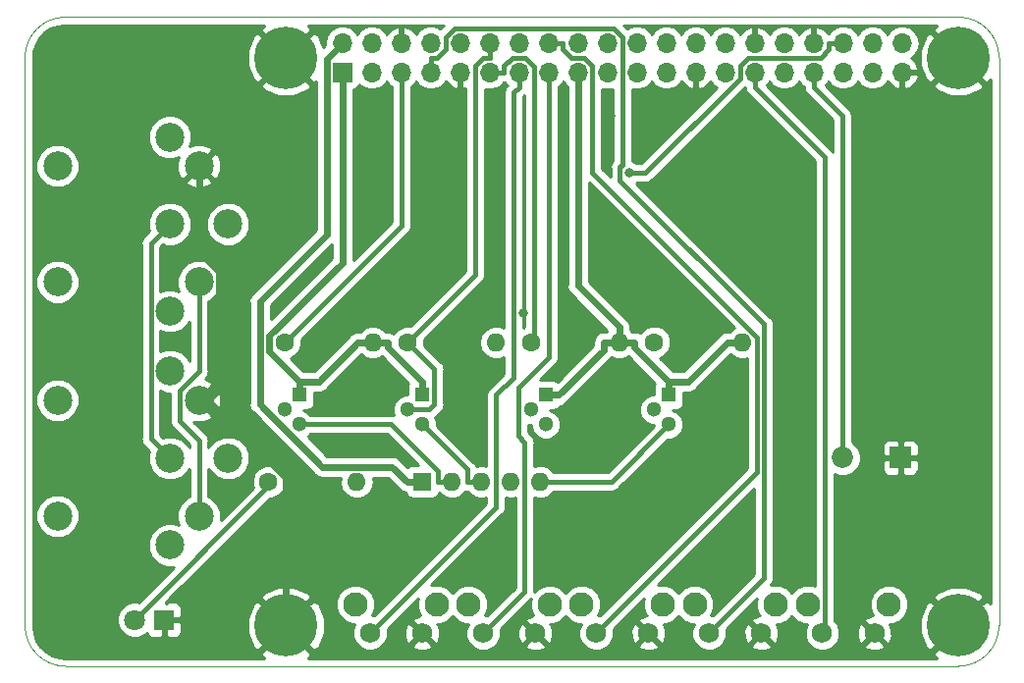
<source format=gbl>
G04 #@! TF.GenerationSoftware,KiCad,Pcbnew,5.0.0-rc2-dev-unknown-482fd86~64~ubuntu18.04.1*
G04 #@! TF.CreationDate,2018-05-09T13:23:50+02:00*
G04 #@! TF.ProjectId,Pi1541 Ad-on Board,5069313534312041642D6F6E20426F61,0.9*
G04 #@! TF.SameCoordinates,Original*
G04 #@! TF.FileFunction,Copper,L2,Bot,Signal*
G04 #@! TF.FilePolarity,Positive*
%FSLAX46Y46*%
G04 Gerber Fmt 4.6, Leading zero omitted, Abs format (unit mm)*
G04 Created by KiCad (PCBNEW 5.0.0-rc2-dev-unknown-482fd86~64~ubuntu18.04.1) date Wed May  9 13:23:50 2018*
%MOMM*%
%LPD*%
G01*
G04 APERTURE LIST*
%ADD10C,0.100000*%
%ADD11C,2.500000*%
%ADD12C,1.300000*%
%ADD13R,1.300000X1.300000*%
%ADD14R,1.600000X1.600000*%
%ADD15O,1.600000X1.600000*%
%ADD16C,5.400000*%
%ADD17C,1.600000*%
%ADD18R,1.850000X1.850000*%
%ADD19C,1.850000*%
%ADD20R,1.700000X1.700000*%
%ADD21O,1.700000X1.700000*%
%ADD22C,2.100000*%
%ADD23C,1.750000*%
%ADD24R,1.800000X1.800000*%
%ADD25C,1.800000*%
%ADD26C,0.800000*%
%ADD27C,0.600000*%
%ADD28C,0.400000*%
%ADD29C,0.254000*%
G04 APERTURE END LIST*
D10*
X111000000Y-121000000D02*
G75*
G02X107500000Y-117500000I0J3500000D01*
G01*
X107500000Y-68500000D02*
G75*
G02X111000000Y-65000000I3500000J0D01*
G01*
X107500000Y-68500000D02*
X107500000Y-117500000D01*
X191500000Y-117500000D02*
G75*
G02X188000000Y-121000000I-3500000J0D01*
G01*
X188000000Y-65000000D02*
G75*
G02X191500000Y-68500000I0J-3500000D01*
G01*
X191500000Y-117500000D02*
X191500000Y-68500000D01*
X111000000Y-121000000D02*
X188000000Y-121000000D01*
X111000000Y-65000000D02*
X188000000Y-65000000D01*
D11*
X125000000Y-82850000D03*
X122500000Y-77850000D03*
X122500000Y-87850000D03*
X120000000Y-75350000D03*
X120000000Y-82850000D03*
X120000000Y-90350000D03*
X110300000Y-87850000D03*
X110300000Y-77850000D03*
X110300000Y-98050000D03*
X110300000Y-108050000D03*
X120000000Y-110550000D03*
X120000000Y-103050000D03*
X120000000Y-95550000D03*
X122500000Y-108050000D03*
X122500000Y-98050000D03*
X125000000Y-103050000D03*
D12*
X129890000Y-98870000D03*
X131160000Y-100140000D03*
D13*
X131160000Y-97600000D03*
X141760000Y-97600000D03*
D12*
X141760000Y-100140000D03*
X140490000Y-98870000D03*
X151140000Y-98870000D03*
X152410000Y-100140000D03*
D13*
X152410000Y-97600000D03*
X163010000Y-97600000D03*
D12*
X163010000Y-100140000D03*
X161740000Y-98870000D03*
D14*
X141770000Y-105090000D03*
D15*
X144310000Y-105090000D03*
X146850000Y-105090000D03*
X149390000Y-105090000D03*
X151930000Y-105090000D03*
D16*
X130000000Y-68500000D03*
X188000000Y-68500000D03*
X188000000Y-117500000D03*
X130000000Y-117500000D03*
D17*
X129880000Y-93080000D03*
D15*
X137500000Y-93080000D03*
X148120000Y-93070000D03*
D17*
X140500000Y-93070000D03*
X151130000Y-93060000D03*
D15*
X158750000Y-93060000D03*
X169370000Y-93060000D03*
D17*
X161750000Y-93060000D03*
D18*
X183000000Y-103000000D03*
D19*
X178000000Y-103000000D03*
D17*
X128500000Y-105100000D03*
D15*
X136120000Y-105100000D03*
D20*
X134870000Y-69780000D03*
D21*
X134870000Y-67240000D03*
X137410000Y-69780000D03*
X137410000Y-67240000D03*
X139950000Y-69780000D03*
X139950000Y-67240000D03*
X142490000Y-69780000D03*
X142490000Y-67240000D03*
X145030000Y-69780000D03*
X145030000Y-67240000D03*
X147570000Y-69780000D03*
X147570000Y-67240000D03*
X150110000Y-69780000D03*
X150110000Y-67240000D03*
X152650000Y-69780000D03*
X152650000Y-67240000D03*
X155190000Y-69780000D03*
X155190000Y-67240000D03*
X157730000Y-69780000D03*
X157730000Y-67240000D03*
X160270000Y-69780000D03*
X160270000Y-67240000D03*
X162810000Y-69780000D03*
X162810000Y-67240000D03*
X165350000Y-69780000D03*
X165350000Y-67240000D03*
X167890000Y-69780000D03*
X167890000Y-67240000D03*
X170430000Y-69780000D03*
X170430000Y-67240000D03*
X172970000Y-69780000D03*
X172970000Y-67240000D03*
X175510000Y-69780000D03*
X175510000Y-67240000D03*
X178050000Y-69780000D03*
X178050000Y-67240000D03*
X180590000Y-69780000D03*
X180590000Y-67240000D03*
X183130000Y-69780000D03*
X183130000Y-67240000D03*
D22*
X136000000Y-115660000D03*
D23*
X137250000Y-118150000D03*
X141750000Y-118150000D03*
D22*
X143010000Y-115660000D03*
X152760000Y-115660000D03*
D23*
X151500000Y-118150000D03*
X147000000Y-118150000D03*
D22*
X145750000Y-115660000D03*
X155500000Y-115660000D03*
D23*
X156750000Y-118150000D03*
X161250000Y-118150000D03*
D22*
X162510000Y-115660000D03*
X172260000Y-115660000D03*
D23*
X171000000Y-118150000D03*
X166500000Y-118150000D03*
D22*
X165250000Y-115660000D03*
X175000000Y-115660000D03*
D23*
X176250000Y-118150000D03*
X180750000Y-118150000D03*
D22*
X182010000Y-115660000D03*
D24*
X119500000Y-117000000D03*
D25*
X116960000Y-117000000D03*
D26*
X120000000Y-106500000D03*
X135000000Y-109000000D03*
X137500000Y-76500000D03*
X131500000Y-87500000D03*
X136000000Y-97000000D03*
X134000000Y-102000000D03*
X148000000Y-80000000D03*
X121000000Y-93000000D03*
X119500000Y-100000000D03*
X147500000Y-111000000D03*
X159000000Y-107500000D03*
X157500000Y-100000000D03*
X169500000Y-79500000D03*
X175000000Y-73000000D03*
X158500000Y-86500000D03*
X155000000Y-92000000D03*
X158000000Y-73500000D03*
X150500000Y-90500000D03*
X167500000Y-111500000D03*
X146500000Y-96000000D03*
X159632500Y-78456800D03*
D27*
X123303100Y-98050000D02*
X122500000Y-98050000D01*
X130000000Y-117500000D02*
X130000000Y-104746900D01*
X130000000Y-104746900D02*
X123303100Y-98050000D01*
X122500000Y-77850000D02*
X122500000Y-85207300D01*
X122500000Y-85207300D02*
X124258900Y-86966200D01*
X124258900Y-86966200D02*
X124258900Y-97094200D01*
X124258900Y-97094200D02*
X123303100Y-98050000D01*
X141770000Y-105090000D02*
X140469700Y-105090000D01*
X134870000Y-67240000D02*
X133519600Y-68590400D01*
X133519600Y-68590400D02*
X133519600Y-83729100D01*
X133519600Y-83729100D02*
X127747300Y-89501400D01*
X127747300Y-89501400D02*
X127747300Y-98380700D01*
X127747300Y-98380700D02*
X133156300Y-103789700D01*
X133156300Y-103789700D02*
X139169400Y-103789700D01*
X139169400Y-103789700D02*
X140469700Y-105090000D01*
X158750000Y-93060000D02*
X158750000Y-91759700D01*
X155190000Y-69780000D02*
X155190000Y-88199700D01*
X155190000Y-88199700D02*
X158750000Y-91759700D01*
X137500000Y-93080000D02*
X138800300Y-93080000D01*
X141760000Y-97600000D02*
X141760000Y-96449700D01*
X141760000Y-96449700D02*
X138800300Y-93490000D01*
X138800300Y-93490000D02*
X138800300Y-93080000D01*
X153560300Y-97600000D02*
X157449700Y-93710600D01*
X157449700Y-93710600D02*
X157449700Y-93060000D01*
X169370000Y-93060000D02*
X168069700Y-93060000D01*
X168069700Y-93060000D02*
X164680000Y-96449700D01*
X164680000Y-96449700D02*
X163010000Y-96449700D01*
X163010000Y-97600000D02*
X163010000Y-96449700D01*
X163010000Y-96449700D02*
X160050300Y-93490000D01*
X160050300Y-93490000D02*
X160050300Y-93060000D01*
X158750000Y-93060000D02*
X160050300Y-93060000D01*
X152410000Y-97600000D02*
X153560300Y-97600000D01*
X158750000Y-93060000D02*
X157449700Y-93060000D01*
X137500000Y-93080000D02*
X136199700Y-93080000D01*
X136199700Y-93080000D02*
X132830000Y-96449700D01*
X132830000Y-96449700D02*
X131160000Y-96449700D01*
X131160000Y-97600000D02*
X131160000Y-96449700D01*
X134870000Y-69780000D02*
X134870000Y-86189500D01*
X134870000Y-86189500D02*
X128559900Y-92499600D01*
X128559900Y-92499600D02*
X128559900Y-93849600D01*
X128559900Y-93849600D02*
X131160000Y-96449700D01*
D28*
X139950000Y-69780000D02*
X139950000Y-83010000D01*
X139950000Y-83010000D02*
X129880000Y-93080000D01*
X147570000Y-69780000D02*
X148820300Y-69780000D01*
X148820300Y-69780000D02*
X148820300Y-69233000D01*
X148820300Y-69233000D02*
X149523700Y-68529600D01*
X149523700Y-68529600D02*
X150640400Y-68529600D01*
X150640400Y-68529600D02*
X151380000Y-69269200D01*
X151380000Y-69269200D02*
X151380000Y-92810000D01*
X151380000Y-92810000D02*
X151130000Y-93060000D01*
X140500000Y-93070000D02*
X142810400Y-95380400D01*
X142810400Y-95380400D02*
X142810400Y-98417300D01*
X142810400Y-98417300D02*
X142357700Y-98870000D01*
X142357700Y-98870000D02*
X140490000Y-98870000D01*
X147570000Y-68490300D02*
X147022900Y-68490300D01*
X147022900Y-68490300D02*
X146319700Y-69193500D01*
X146319700Y-69193500D02*
X146319700Y-87250300D01*
X146319700Y-87250300D02*
X140500000Y-93070000D01*
X147570000Y-67240000D02*
X147570000Y-68490300D01*
X144310000Y-105090000D02*
X143109700Y-105090000D01*
X143109700Y-105090000D02*
X143109700Y-104189800D01*
X143109700Y-104189800D02*
X139059900Y-100140000D01*
X139059900Y-100140000D02*
X131160000Y-100140000D01*
X122500000Y-108050000D02*
X122500000Y-101516800D01*
X122500000Y-101516800D02*
X120832000Y-99848800D01*
X120832000Y-99848800D02*
X120832000Y-97218000D01*
X120832000Y-97218000D02*
X122500000Y-95550000D01*
X122500000Y-95550000D02*
X122500000Y-87850000D01*
X153130300Y-105090000D02*
X158060000Y-105090000D01*
X158060000Y-105090000D02*
X163010000Y-100140000D01*
X151930000Y-105090000D02*
X153130300Y-105090000D01*
X120000000Y-103050000D02*
X118344800Y-101394800D01*
X118344800Y-101394800D02*
X118344800Y-84505200D01*
X118344800Y-84505200D02*
X120000000Y-82850000D01*
X146850000Y-105090000D02*
X145649700Y-105090000D01*
X145649700Y-105090000D02*
X145649700Y-104029700D01*
X145649700Y-104029700D02*
X141760000Y-100140000D01*
X116960000Y-117000000D02*
X128500000Y-105460000D01*
X128500000Y-105460000D02*
X128500000Y-105100000D01*
X175510000Y-69780000D02*
X175510000Y-71030300D01*
X175510000Y-71030300D02*
X178000000Y-73520300D01*
X178000000Y-73520300D02*
X178000000Y-103000000D01*
X176799700Y-67240000D02*
X176799700Y-67787100D01*
X176799700Y-67787100D02*
X176096500Y-68490300D01*
X176096500Y-68490300D02*
X169883500Y-68490300D01*
X169883500Y-68490300D02*
X169160000Y-69213800D01*
X169160000Y-69213800D02*
X169160000Y-70278200D01*
X169160000Y-70278200D02*
X160981400Y-78456800D01*
X160981400Y-78456800D02*
X159632500Y-78456800D01*
X178050000Y-67240000D02*
X176799700Y-67240000D01*
X166500000Y-118150000D02*
X171216900Y-113433100D01*
X171216900Y-113433100D02*
X171216900Y-91481700D01*
X171216900Y-91481700D02*
X158807900Y-79072700D01*
X158807900Y-79072700D02*
X158807900Y-77920500D01*
X158807900Y-77920500D02*
X159000000Y-77728400D01*
X159000000Y-77728400D02*
X159000000Y-66736700D01*
X159000000Y-66736700D02*
X158225700Y-65962400D01*
X158225700Y-65962400D02*
X144512700Y-65962400D01*
X144512700Y-65962400D02*
X143760000Y-66715100D01*
X143760000Y-66715100D02*
X143760000Y-67777800D01*
X143760000Y-67777800D02*
X143008100Y-68529700D01*
X143008100Y-68529700D02*
X142490000Y-68529700D01*
X142490000Y-69780000D02*
X142490000Y-68529700D01*
X150110000Y-69780000D02*
X150110000Y-71030300D01*
X137250000Y-118150000D02*
X148120000Y-107280000D01*
X148120000Y-107280000D02*
X148120000Y-97602800D01*
X148120000Y-97602800D02*
X149625000Y-96097800D01*
X149625000Y-96097800D02*
X149625000Y-71515300D01*
X149625000Y-71515300D02*
X150110000Y-71030300D01*
X152650000Y-69780000D02*
X152650000Y-94356200D01*
X152650000Y-94356200D02*
X150043500Y-96962700D01*
X150043500Y-96962700D02*
X150043500Y-101122200D01*
X150043500Y-101122200D02*
X150598400Y-101677100D01*
X150598400Y-101677100D02*
X150598400Y-114551600D01*
X150598400Y-114551600D02*
X147000000Y-118150000D01*
X152650000Y-67240000D02*
X153900300Y-67240000D01*
X156750000Y-118150000D02*
X170616500Y-104283500D01*
X170616500Y-104283500D02*
X170616500Y-92608700D01*
X170616500Y-92608700D02*
X156440400Y-78432600D01*
X156440400Y-78432600D02*
X156440400Y-69194200D01*
X156440400Y-69194200D02*
X155756200Y-68510000D01*
X155756200Y-68510000D02*
X154652200Y-68510000D01*
X154652200Y-68510000D02*
X153900300Y-67758100D01*
X153900300Y-67758100D02*
X153900300Y-67240000D01*
X170430000Y-71030300D02*
X176462300Y-77062600D01*
X176462300Y-77062600D02*
X176462300Y-117937700D01*
X176462300Y-117937700D02*
X176250000Y-118150000D01*
X170430000Y-69780000D02*
X170430000Y-71030300D01*
D29*
G36*
X127799414Y-66119809D02*
X130000000Y-68320395D01*
X132200586Y-66119809D01*
X131900504Y-65685000D01*
X143609232Y-65685000D01*
X143299402Y-65994831D01*
X143069418Y-65841161D01*
X142636256Y-65755000D01*
X142343744Y-65755000D01*
X141910582Y-65841161D01*
X141419375Y-66169375D01*
X141206157Y-66488478D01*
X141145183Y-66358642D01*
X140716924Y-65968355D01*
X140306890Y-65798524D01*
X140077000Y-65919845D01*
X140077000Y-67113000D01*
X140097000Y-67113000D01*
X140097000Y-67367000D01*
X140077000Y-67367000D01*
X140077000Y-67387000D01*
X139823000Y-67387000D01*
X139823000Y-67367000D01*
X139803000Y-67367000D01*
X139803000Y-67113000D01*
X139823000Y-67113000D01*
X139823000Y-65919845D01*
X139593110Y-65798524D01*
X139183076Y-65968355D01*
X138754817Y-66358642D01*
X138693843Y-66488478D01*
X138480625Y-66169375D01*
X137989418Y-65841161D01*
X137556256Y-65755000D01*
X137263744Y-65755000D01*
X136830582Y-65841161D01*
X136339375Y-66169375D01*
X136140000Y-66467761D01*
X135940625Y-66169375D01*
X135449418Y-65841161D01*
X135016256Y-65755000D01*
X134723744Y-65755000D01*
X134290582Y-65841161D01*
X133799375Y-66169375D01*
X133471161Y-66660582D01*
X133355908Y-67240000D01*
X133387730Y-67399981D01*
X133222017Y-67565694D01*
X132830883Y-66616284D01*
X132823659Y-66605472D01*
X132380191Y-66299414D01*
X130179605Y-68500000D01*
X132380191Y-70700586D01*
X132584600Y-70559514D01*
X132584601Y-83341809D01*
X127151272Y-88775139D01*
X127073203Y-88827303D01*
X126904056Y-89080450D01*
X126866550Y-89136582D01*
X126793983Y-89501400D01*
X126812300Y-89593486D01*
X126812301Y-98288610D01*
X126793983Y-98380700D01*
X126866550Y-98745518D01*
X126968061Y-98897440D01*
X127073204Y-99054797D01*
X127151270Y-99106959D01*
X132430040Y-104385730D01*
X132482203Y-104463797D01*
X132560269Y-104515959D01*
X132791481Y-104670450D01*
X133156299Y-104743017D01*
X133248385Y-104724700D01*
X134731539Y-104724700D01*
X134656887Y-105100000D01*
X134768260Y-105659909D01*
X135085423Y-106134577D01*
X135560091Y-106451740D01*
X135978667Y-106535000D01*
X136261333Y-106535000D01*
X136679909Y-106451740D01*
X137154577Y-106134577D01*
X137471740Y-105659909D01*
X137583113Y-105100000D01*
X137508461Y-104724700D01*
X138782111Y-104724700D01*
X139743441Y-105686031D01*
X139795603Y-105764097D01*
X139873669Y-105816259D01*
X140104881Y-105970750D01*
X140348251Y-106019159D01*
X140371843Y-106137765D01*
X140512191Y-106347809D01*
X140722235Y-106488157D01*
X140970000Y-106537440D01*
X142570000Y-106537440D01*
X142817765Y-106488157D01*
X143027809Y-106347809D01*
X143168157Y-106137765D01*
X143194785Y-106003894D01*
X143275423Y-106124577D01*
X143750091Y-106441740D01*
X144168667Y-106525000D01*
X144451333Y-106525000D01*
X144869909Y-106441740D01*
X145344577Y-106124577D01*
X145488434Y-105909280D01*
X145649700Y-105941358D01*
X145687920Y-105933755D01*
X145815423Y-106124577D01*
X146290091Y-106441740D01*
X146708667Y-106525000D01*
X146991333Y-106525000D01*
X147285000Y-106466586D01*
X147285000Y-106934131D01*
X137570705Y-116648428D01*
X137550358Y-116640000D01*
X137402950Y-116640000D01*
X137428474Y-116614476D01*
X137685000Y-115995167D01*
X137685000Y-115324833D01*
X137428474Y-114705524D01*
X136954476Y-114231526D01*
X136335167Y-113975000D01*
X135664833Y-113975000D01*
X135045524Y-114231526D01*
X134571526Y-114705524D01*
X134315000Y-115324833D01*
X134315000Y-115995167D01*
X134571526Y-116614476D01*
X135045524Y-117088474D01*
X135664833Y-117345000D01*
X135949030Y-117345000D01*
X135740000Y-117849642D01*
X135740000Y-118450358D01*
X135969884Y-119005346D01*
X136394654Y-119430116D01*
X136949642Y-119660000D01*
X137550358Y-119660000D01*
X138105346Y-119430116D01*
X138323402Y-119212060D01*
X140867545Y-119212060D01*
X140950884Y-119465953D01*
X141515306Y-119671590D01*
X142115458Y-119645579D01*
X142549116Y-119465953D01*
X142632455Y-119212060D01*
X141750000Y-118329605D01*
X140867545Y-119212060D01*
X138323402Y-119212060D01*
X138530116Y-119005346D01*
X138760000Y-118450358D01*
X138760000Y-117915306D01*
X140228410Y-117915306D01*
X140254421Y-118515458D01*
X140434047Y-118949116D01*
X140687940Y-119032455D01*
X141570395Y-118150000D01*
X140687940Y-117267545D01*
X140434047Y-117350884D01*
X140228410Y-117915306D01*
X138760000Y-117915306D01*
X138760000Y-117849642D01*
X138751572Y-117829295D01*
X141373766Y-115207102D01*
X141325000Y-115324833D01*
X141325000Y-115995167D01*
X141581526Y-116614476D01*
X141611629Y-116644579D01*
X141384542Y-116654421D01*
X140950884Y-116834047D01*
X140867545Y-117087940D01*
X141750000Y-117970395D01*
X141764143Y-117956253D01*
X141943748Y-118135858D01*
X141929605Y-118150000D01*
X142812060Y-119032455D01*
X143065953Y-118949116D01*
X143271590Y-118384694D01*
X143245579Y-117784542D01*
X143065953Y-117350884D01*
X143048027Y-117345000D01*
X143345167Y-117345000D01*
X143964476Y-117088474D01*
X144380000Y-116672950D01*
X144795524Y-117088474D01*
X145414833Y-117345000D01*
X145699030Y-117345000D01*
X145490000Y-117849642D01*
X145490000Y-118450358D01*
X145719884Y-119005346D01*
X146144654Y-119430116D01*
X146699642Y-119660000D01*
X147300358Y-119660000D01*
X147855346Y-119430116D01*
X148073402Y-119212060D01*
X150617545Y-119212060D01*
X150700884Y-119465953D01*
X151265306Y-119671590D01*
X151865458Y-119645579D01*
X152299116Y-119465953D01*
X152382455Y-119212060D01*
X151500000Y-118329605D01*
X150617545Y-119212060D01*
X148073402Y-119212060D01*
X148280116Y-119005346D01*
X148510000Y-118450358D01*
X148510000Y-117915306D01*
X149978410Y-117915306D01*
X150004421Y-118515458D01*
X150184047Y-118949116D01*
X150437940Y-119032455D01*
X151320395Y-118150000D01*
X150437940Y-117267545D01*
X150184047Y-117350884D01*
X149978410Y-117915306D01*
X148510000Y-117915306D01*
X148510000Y-117849642D01*
X148501572Y-117829295D01*
X151123766Y-115207102D01*
X151075000Y-115324833D01*
X151075000Y-115995167D01*
X151331526Y-116614476D01*
X151361629Y-116644579D01*
X151134542Y-116654421D01*
X150700884Y-116834047D01*
X150617545Y-117087940D01*
X151500000Y-117970395D01*
X151514143Y-117956253D01*
X151693748Y-118135858D01*
X151679605Y-118150000D01*
X152562060Y-119032455D01*
X152815953Y-118949116D01*
X153021590Y-118384694D01*
X152995579Y-117784542D01*
X152815953Y-117350884D01*
X152798027Y-117345000D01*
X153095167Y-117345000D01*
X153714476Y-117088474D01*
X154130000Y-116672950D01*
X154545524Y-117088474D01*
X155164833Y-117345000D01*
X155449030Y-117345000D01*
X155240000Y-117849642D01*
X155240000Y-118450358D01*
X155469884Y-119005346D01*
X155894654Y-119430116D01*
X156449642Y-119660000D01*
X157050358Y-119660000D01*
X157605346Y-119430116D01*
X157823402Y-119212060D01*
X160367545Y-119212060D01*
X160450884Y-119465953D01*
X161015306Y-119671590D01*
X161615458Y-119645579D01*
X162049116Y-119465953D01*
X162132455Y-119212060D01*
X161250000Y-118329605D01*
X160367545Y-119212060D01*
X157823402Y-119212060D01*
X158030116Y-119005346D01*
X158260000Y-118450358D01*
X158260000Y-117915306D01*
X159728410Y-117915306D01*
X159754421Y-118515458D01*
X159934047Y-118949116D01*
X160187940Y-119032455D01*
X161070395Y-118150000D01*
X160187940Y-117267545D01*
X159934047Y-117350884D01*
X159728410Y-117915306D01*
X158260000Y-117915306D01*
X158260000Y-117849642D01*
X158251572Y-117829295D01*
X160873766Y-115207102D01*
X160825000Y-115324833D01*
X160825000Y-115995167D01*
X161081526Y-116614476D01*
X161111629Y-116644579D01*
X160884542Y-116654421D01*
X160450884Y-116834047D01*
X160367545Y-117087940D01*
X161250000Y-117970395D01*
X161264143Y-117956253D01*
X161443748Y-118135858D01*
X161429605Y-118150000D01*
X162312060Y-119032455D01*
X162565953Y-118949116D01*
X162771590Y-118384694D01*
X162745579Y-117784542D01*
X162565953Y-117350884D01*
X162548027Y-117345000D01*
X162845167Y-117345000D01*
X163464476Y-117088474D01*
X163880000Y-116672950D01*
X164295524Y-117088474D01*
X164914833Y-117345000D01*
X165199030Y-117345000D01*
X164990000Y-117849642D01*
X164990000Y-118450358D01*
X165219884Y-119005346D01*
X165644654Y-119430116D01*
X166199642Y-119660000D01*
X166800358Y-119660000D01*
X167355346Y-119430116D01*
X167573402Y-119212060D01*
X170117545Y-119212060D01*
X170200884Y-119465953D01*
X170765306Y-119671590D01*
X171365458Y-119645579D01*
X171799116Y-119465953D01*
X171882455Y-119212060D01*
X171000000Y-118329605D01*
X170117545Y-119212060D01*
X167573402Y-119212060D01*
X167780116Y-119005346D01*
X168010000Y-118450358D01*
X168010000Y-117915306D01*
X169478410Y-117915306D01*
X169504421Y-118515458D01*
X169684047Y-118949116D01*
X169937940Y-119032455D01*
X170820395Y-118150000D01*
X169937940Y-117267545D01*
X169684047Y-117350884D01*
X169478410Y-117915306D01*
X168010000Y-117915306D01*
X168010000Y-117849642D01*
X168001572Y-117829295D01*
X170623766Y-115207102D01*
X170575000Y-115324833D01*
X170575000Y-115995167D01*
X170831526Y-116614476D01*
X170861629Y-116644579D01*
X170634542Y-116654421D01*
X170200884Y-116834047D01*
X170117545Y-117087940D01*
X171000000Y-117970395D01*
X171014143Y-117956253D01*
X171193748Y-118135858D01*
X171179605Y-118150000D01*
X172062060Y-119032455D01*
X172315953Y-118949116D01*
X172521590Y-118384694D01*
X172495579Y-117784542D01*
X172315953Y-117350884D01*
X172298027Y-117345000D01*
X172595167Y-117345000D01*
X173214476Y-117088474D01*
X173630000Y-116672950D01*
X174045524Y-117088474D01*
X174664833Y-117345000D01*
X174949030Y-117345000D01*
X174740000Y-117849642D01*
X174740000Y-118450358D01*
X174969884Y-119005346D01*
X175394654Y-119430116D01*
X175949642Y-119660000D01*
X176550358Y-119660000D01*
X177105346Y-119430116D01*
X177323402Y-119212060D01*
X179867545Y-119212060D01*
X179950884Y-119465953D01*
X180515306Y-119671590D01*
X181115458Y-119645579D01*
X181549116Y-119465953D01*
X181632455Y-119212060D01*
X180750000Y-118329605D01*
X179867545Y-119212060D01*
X177323402Y-119212060D01*
X177530116Y-119005346D01*
X177760000Y-118450358D01*
X177760000Y-117915306D01*
X179228410Y-117915306D01*
X179254421Y-118515458D01*
X179434047Y-118949116D01*
X179687940Y-119032455D01*
X180570395Y-118150000D01*
X179687940Y-117267545D01*
X179434047Y-117350884D01*
X179228410Y-117915306D01*
X177760000Y-117915306D01*
X177760000Y-117849642D01*
X177530116Y-117294654D01*
X177323402Y-117087940D01*
X179867545Y-117087940D01*
X180750000Y-117970395D01*
X180764143Y-117956253D01*
X180943748Y-118135858D01*
X180929605Y-118150000D01*
X181812060Y-119032455D01*
X182065953Y-118949116D01*
X182271590Y-118384694D01*
X182261722Y-118156995D01*
X184663738Y-118156995D01*
X185169117Y-119383716D01*
X185176341Y-119394528D01*
X185619809Y-119700586D01*
X187820395Y-117500000D01*
X185619809Y-115299414D01*
X185176341Y-115605472D01*
X184666275Y-116830252D01*
X184663738Y-118156995D01*
X182261722Y-118156995D01*
X182245579Y-117784542D01*
X182065953Y-117350884D01*
X182048027Y-117345000D01*
X182345167Y-117345000D01*
X182964476Y-117088474D01*
X183438474Y-116614476D01*
X183695000Y-115995167D01*
X183695000Y-115324833D01*
X183610077Y-115119809D01*
X185799414Y-115119809D01*
X188000000Y-117320395D01*
X190200586Y-115119809D01*
X189894528Y-114676341D01*
X188669748Y-114166275D01*
X187343005Y-114163738D01*
X186116284Y-114669117D01*
X186105472Y-114676341D01*
X185799414Y-115119809D01*
X183610077Y-115119809D01*
X183438474Y-114705524D01*
X182964476Y-114231526D01*
X182345167Y-113975000D01*
X181674833Y-113975000D01*
X181055524Y-114231526D01*
X180581526Y-114705524D01*
X180325000Y-115324833D01*
X180325000Y-115995167D01*
X180581526Y-116614476D01*
X180611629Y-116644579D01*
X180384542Y-116654421D01*
X179950884Y-116834047D01*
X179867545Y-117087940D01*
X177323402Y-117087940D01*
X177297300Y-117061838D01*
X177297300Y-104397464D01*
X177689697Y-104560000D01*
X178310303Y-104560000D01*
X178883669Y-104322504D01*
X179322504Y-103883669D01*
X179560000Y-103310303D01*
X179560000Y-103285750D01*
X181440000Y-103285750D01*
X181440000Y-104051309D01*
X181536673Y-104284698D01*
X181715301Y-104463327D01*
X181948690Y-104560000D01*
X182714250Y-104560000D01*
X182873000Y-104401250D01*
X182873000Y-103127000D01*
X183127000Y-103127000D01*
X183127000Y-104401250D01*
X183285750Y-104560000D01*
X184051310Y-104560000D01*
X184284699Y-104463327D01*
X184463327Y-104284698D01*
X184560000Y-104051309D01*
X184560000Y-103285750D01*
X184401250Y-103127000D01*
X183127000Y-103127000D01*
X182873000Y-103127000D01*
X181598750Y-103127000D01*
X181440000Y-103285750D01*
X179560000Y-103285750D01*
X179560000Y-102689697D01*
X179322504Y-102116331D01*
X179154864Y-101948691D01*
X181440000Y-101948691D01*
X181440000Y-102714250D01*
X181598750Y-102873000D01*
X182873000Y-102873000D01*
X182873000Y-101598750D01*
X183127000Y-101598750D01*
X183127000Y-102873000D01*
X184401250Y-102873000D01*
X184560000Y-102714250D01*
X184560000Y-101948691D01*
X184463327Y-101715302D01*
X184284699Y-101536673D01*
X184051310Y-101440000D01*
X183285750Y-101440000D01*
X183127000Y-101598750D01*
X182873000Y-101598750D01*
X182714250Y-101440000D01*
X181948690Y-101440000D01*
X181715301Y-101536673D01*
X181536673Y-101715302D01*
X181440000Y-101948691D01*
X179154864Y-101948691D01*
X178883669Y-101677496D01*
X178835000Y-101657337D01*
X178835000Y-73602537D01*
X178851358Y-73520300D01*
X178786552Y-73194500D01*
X178786552Y-73194499D01*
X178602001Y-72918299D01*
X178532283Y-72871715D01*
X176539003Y-70878436D01*
X176580625Y-70850625D01*
X176780000Y-70552239D01*
X176979375Y-70850625D01*
X177470582Y-71178839D01*
X177903744Y-71265000D01*
X178196256Y-71265000D01*
X178629418Y-71178839D01*
X179120625Y-70850625D01*
X179320000Y-70552239D01*
X179519375Y-70850625D01*
X180010582Y-71178839D01*
X180443744Y-71265000D01*
X180736256Y-71265000D01*
X181169418Y-71178839D01*
X181660625Y-70850625D01*
X181873843Y-70531522D01*
X181934817Y-70661358D01*
X182363076Y-71051645D01*
X182773110Y-71221476D01*
X183003000Y-71100155D01*
X183003000Y-69907000D01*
X183257000Y-69907000D01*
X183257000Y-71100155D01*
X183486890Y-71221476D01*
X183896924Y-71051645D01*
X184085059Y-70880191D01*
X185799414Y-70880191D01*
X186105472Y-71323659D01*
X187330252Y-71833725D01*
X188656995Y-71836262D01*
X189883716Y-71330883D01*
X189894528Y-71323659D01*
X190200586Y-70880191D01*
X188000000Y-68679605D01*
X185799414Y-70880191D01*
X184085059Y-70880191D01*
X184325183Y-70661358D01*
X184571486Y-70136892D01*
X184450819Y-69907000D01*
X183257000Y-69907000D01*
X183003000Y-69907000D01*
X182983000Y-69907000D01*
X182983000Y-69653000D01*
X183003000Y-69653000D01*
X183003000Y-69633000D01*
X183257000Y-69633000D01*
X183257000Y-69653000D01*
X184450819Y-69653000D01*
X184571486Y-69423108D01*
X184446513Y-69156995D01*
X184663738Y-69156995D01*
X185169117Y-70383716D01*
X185176341Y-70394528D01*
X185619809Y-70700586D01*
X187820395Y-68500000D01*
X185619809Y-66299414D01*
X185176341Y-66605472D01*
X184666275Y-67830252D01*
X184663738Y-69156995D01*
X184446513Y-69156995D01*
X184325183Y-68898642D01*
X183900214Y-68511353D01*
X184200625Y-68310625D01*
X184528839Y-67819418D01*
X184644092Y-67240000D01*
X184528839Y-66660582D01*
X184200625Y-66169375D01*
X183709418Y-65841161D01*
X183276256Y-65755000D01*
X182983744Y-65755000D01*
X182550582Y-65841161D01*
X182059375Y-66169375D01*
X181860000Y-66467761D01*
X181660625Y-66169375D01*
X181169418Y-65841161D01*
X180736256Y-65755000D01*
X180443744Y-65755000D01*
X180010582Y-65841161D01*
X179519375Y-66169375D01*
X179320000Y-66467761D01*
X179120625Y-66169375D01*
X178629418Y-65841161D01*
X178196256Y-65755000D01*
X177903744Y-65755000D01*
X177470582Y-65841161D01*
X176979375Y-66169375D01*
X176828975Y-66394465D01*
X176799700Y-66388642D01*
X176726143Y-66403273D01*
X176705183Y-66358642D01*
X176276924Y-65968355D01*
X175866890Y-65798524D01*
X175637000Y-65919845D01*
X175637000Y-67113000D01*
X175657000Y-67113000D01*
X175657000Y-67367000D01*
X175637000Y-67367000D01*
X175637000Y-67387000D01*
X175383000Y-67387000D01*
X175383000Y-67367000D01*
X175363000Y-67367000D01*
X175363000Y-67113000D01*
X175383000Y-67113000D01*
X175383000Y-65919845D01*
X175153110Y-65798524D01*
X174743076Y-65968355D01*
X174314817Y-66358642D01*
X174253843Y-66488478D01*
X174040625Y-66169375D01*
X173549418Y-65841161D01*
X173116256Y-65755000D01*
X172823744Y-65755000D01*
X172390582Y-65841161D01*
X171899375Y-66169375D01*
X171686157Y-66488478D01*
X171625183Y-66358642D01*
X171196924Y-65968355D01*
X170786890Y-65798524D01*
X170557000Y-65919845D01*
X170557000Y-67113000D01*
X170577000Y-67113000D01*
X170577000Y-67367000D01*
X170557000Y-67367000D01*
X170557000Y-67387000D01*
X170303000Y-67387000D01*
X170303000Y-67367000D01*
X170283000Y-67367000D01*
X170283000Y-67113000D01*
X170303000Y-67113000D01*
X170303000Y-65919845D01*
X170073110Y-65798524D01*
X169663076Y-65968355D01*
X169234817Y-66358642D01*
X169173843Y-66488478D01*
X168960625Y-66169375D01*
X168469418Y-65841161D01*
X168036256Y-65755000D01*
X167743744Y-65755000D01*
X167310582Y-65841161D01*
X166819375Y-66169375D01*
X166620000Y-66467761D01*
X166420625Y-66169375D01*
X165929418Y-65841161D01*
X165496256Y-65755000D01*
X165203744Y-65755000D01*
X164770582Y-65841161D01*
X164279375Y-66169375D01*
X164080000Y-66467761D01*
X163880625Y-66169375D01*
X163389418Y-65841161D01*
X162956256Y-65755000D01*
X162663744Y-65755000D01*
X162230582Y-65841161D01*
X161739375Y-66169375D01*
X161540000Y-66467761D01*
X161340625Y-66169375D01*
X160849418Y-65841161D01*
X160416256Y-65755000D01*
X160123744Y-65755000D01*
X159690582Y-65841161D01*
X159447650Y-66003483D01*
X159129167Y-65685000D01*
X186099496Y-65685000D01*
X185799414Y-66119809D01*
X188000000Y-68320395D01*
X188014143Y-68306253D01*
X188193748Y-68485858D01*
X188179605Y-68500000D01*
X190380191Y-70700586D01*
X190815001Y-70400503D01*
X190815000Y-115599496D01*
X190380191Y-115299414D01*
X188179605Y-117500000D01*
X188193748Y-117514143D01*
X188014143Y-117693748D01*
X188000000Y-117679605D01*
X185799414Y-119880191D01*
X186099496Y-120315000D01*
X131900504Y-120315000D01*
X132200586Y-119880191D01*
X130000000Y-117679605D01*
X127799414Y-119880191D01*
X128099496Y-120315000D01*
X111037095Y-120315000D01*
X110396386Y-120245397D01*
X109820936Y-120051736D01*
X109300490Y-119739021D01*
X108859337Y-119321844D01*
X108518062Y-118819672D01*
X108292579Y-118255925D01*
X108188886Y-117629568D01*
X108185000Y-117490434D01*
X108185000Y-116694670D01*
X115425000Y-116694670D01*
X115425000Y-117305330D01*
X115658690Y-117869507D01*
X116090493Y-118301310D01*
X116654670Y-118535000D01*
X117265330Y-118535000D01*
X117829507Y-118301310D01*
X118005861Y-118124956D01*
X118061673Y-118259699D01*
X118240302Y-118438327D01*
X118473691Y-118535000D01*
X119214250Y-118535000D01*
X119373000Y-118376250D01*
X119373000Y-117127000D01*
X119627000Y-117127000D01*
X119627000Y-118376250D01*
X119785750Y-118535000D01*
X120526309Y-118535000D01*
X120759698Y-118438327D01*
X120938327Y-118259699D01*
X120980868Y-118156995D01*
X126663738Y-118156995D01*
X127169117Y-119383716D01*
X127176341Y-119394528D01*
X127619809Y-119700586D01*
X129820395Y-117500000D01*
X130179605Y-117500000D01*
X132380191Y-119700586D01*
X132823659Y-119394528D01*
X133333725Y-118169748D01*
X133336262Y-116843005D01*
X132830883Y-115616284D01*
X132823659Y-115605472D01*
X132380191Y-115299414D01*
X130179605Y-117500000D01*
X129820395Y-117500000D01*
X127619809Y-115299414D01*
X127176341Y-115605472D01*
X126666275Y-116830252D01*
X126663738Y-118156995D01*
X120980868Y-118156995D01*
X121035000Y-118026310D01*
X121035000Y-117285750D01*
X120876250Y-117127000D01*
X119627000Y-117127000D01*
X119373000Y-117127000D01*
X119353000Y-117127000D01*
X119353000Y-116873000D01*
X119373000Y-116873000D01*
X119373000Y-116853000D01*
X119627000Y-116853000D01*
X119627000Y-116873000D01*
X120876250Y-116873000D01*
X121035000Y-116714250D01*
X121035000Y-115973690D01*
X120938327Y-115740301D01*
X120759698Y-115561673D01*
X120526309Y-115465000D01*
X119785750Y-115465000D01*
X119627002Y-115623748D01*
X119627002Y-115513865D01*
X120021058Y-115119809D01*
X127799414Y-115119809D01*
X130000000Y-117320395D01*
X132200586Y-115119809D01*
X131894528Y-114676341D01*
X130669748Y-114166275D01*
X129343005Y-114163738D01*
X128116284Y-114669117D01*
X128105472Y-114676341D01*
X127799414Y-115119809D01*
X120021058Y-115119809D01*
X128605868Y-106535000D01*
X128785439Y-106535000D01*
X129312862Y-106316534D01*
X129716534Y-105912862D01*
X129935000Y-105385439D01*
X129935000Y-104814561D01*
X129716534Y-104287138D01*
X129312862Y-103883466D01*
X128785439Y-103665000D01*
X128214561Y-103665000D01*
X127687138Y-103883466D01*
X127283466Y-104287138D01*
X127065000Y-104814561D01*
X127065000Y-105385439D01*
X127161272Y-105617860D01*
X124385000Y-108394132D01*
X124385000Y-107675050D01*
X124098026Y-106982233D01*
X123567767Y-106451974D01*
X123335000Y-106355559D01*
X123335000Y-103956077D01*
X123401974Y-104117767D01*
X123932233Y-104648026D01*
X124625050Y-104935000D01*
X125374950Y-104935000D01*
X126067767Y-104648026D01*
X126598026Y-104117767D01*
X126885000Y-103424950D01*
X126885000Y-102675050D01*
X126598026Y-101982233D01*
X126067767Y-101451974D01*
X125374950Y-101165000D01*
X124625050Y-101165000D01*
X123932233Y-101451974D01*
X123401974Y-101982233D01*
X123335000Y-102143923D01*
X123335000Y-101599032D01*
X123351357Y-101516799D01*
X123335000Y-101434566D01*
X123335000Y-101434563D01*
X123286552Y-101190999D01*
X123102001Y-100914799D01*
X123032283Y-100868215D01*
X122066633Y-99902565D01*
X122175806Y-99944388D01*
X122925435Y-99924250D01*
X123524467Y-99676123D01*
X123653715Y-99383320D01*
X122500000Y-98229605D01*
X122485858Y-98243748D01*
X122306253Y-98064143D01*
X122320395Y-98050000D01*
X122679605Y-98050000D01*
X123833320Y-99203715D01*
X124126123Y-99074467D01*
X124394388Y-98374194D01*
X124374250Y-97624565D01*
X124126123Y-97025533D01*
X123833320Y-96896285D01*
X122679605Y-98050000D01*
X122320395Y-98050000D01*
X122306253Y-98035858D01*
X122485858Y-97856253D01*
X122500000Y-97870395D01*
X123653715Y-96716680D01*
X123524467Y-96423877D01*
X123005717Y-96225151D01*
X123032283Y-96198585D01*
X123102001Y-96152001D01*
X123286552Y-95875801D01*
X123335000Y-95632237D01*
X123335000Y-95632234D01*
X123351357Y-95550001D01*
X123335000Y-95467768D01*
X123335000Y-89544441D01*
X123567767Y-89448026D01*
X124098026Y-88917767D01*
X124385000Y-88224950D01*
X124385000Y-87475050D01*
X124098026Y-86782233D01*
X123567767Y-86251974D01*
X122874950Y-85965000D01*
X122125050Y-85965000D01*
X121432233Y-86251974D01*
X120901974Y-86782233D01*
X120615000Y-87475050D01*
X120615000Y-88224950D01*
X120784741Y-88634741D01*
X120374950Y-88465000D01*
X119625050Y-88465000D01*
X119179800Y-88649428D01*
X119179800Y-84851067D01*
X119392283Y-84638585D01*
X119625050Y-84735000D01*
X120374950Y-84735000D01*
X121067767Y-84448026D01*
X121598026Y-83917767D01*
X121885000Y-83224950D01*
X121885000Y-82475050D01*
X123115000Y-82475050D01*
X123115000Y-83224950D01*
X123401974Y-83917767D01*
X123932233Y-84448026D01*
X124625050Y-84735000D01*
X125374950Y-84735000D01*
X126067767Y-84448026D01*
X126598026Y-83917767D01*
X126885000Y-83224950D01*
X126885000Y-82475050D01*
X126598026Y-81782233D01*
X126067767Y-81251974D01*
X125374950Y-80965000D01*
X124625050Y-80965000D01*
X123932233Y-81251974D01*
X123401974Y-81782233D01*
X123115000Y-82475050D01*
X121885000Y-82475050D01*
X121598026Y-81782233D01*
X121067767Y-81251974D01*
X120374950Y-80965000D01*
X119625050Y-80965000D01*
X118932233Y-81251974D01*
X118401974Y-81782233D01*
X118115000Y-82475050D01*
X118115000Y-83224950D01*
X118211415Y-83457717D01*
X117812518Y-83856615D01*
X117742800Y-83903199D01*
X117696216Y-83972917D01*
X117558248Y-84179400D01*
X117493443Y-84505200D01*
X117509801Y-84587438D01*
X117509800Y-101312567D01*
X117493443Y-101394800D01*
X117509800Y-101477033D01*
X117509800Y-101477036D01*
X117558248Y-101720600D01*
X117742799Y-101996801D01*
X117812520Y-102043387D01*
X118211415Y-102442283D01*
X118115000Y-102675050D01*
X118115000Y-103424950D01*
X118401974Y-104117767D01*
X118932233Y-104648026D01*
X119625050Y-104935000D01*
X120374950Y-104935000D01*
X121067767Y-104648026D01*
X121598026Y-104117767D01*
X121665001Y-103956077D01*
X121665000Y-106355559D01*
X121432233Y-106451974D01*
X120901974Y-106982233D01*
X120615000Y-107675050D01*
X120615000Y-108424950D01*
X120784741Y-108834741D01*
X120374950Y-108665000D01*
X119625050Y-108665000D01*
X118932233Y-108951974D01*
X118401974Y-109482233D01*
X118115000Y-110175050D01*
X118115000Y-110924950D01*
X118401974Y-111617767D01*
X118932233Y-112148026D01*
X119625050Y-112435000D01*
X120344133Y-112435000D01*
X117299839Y-115479294D01*
X117265330Y-115465000D01*
X116654670Y-115465000D01*
X116090493Y-115698690D01*
X115658690Y-116130493D01*
X115425000Y-116694670D01*
X108185000Y-116694670D01*
X108185000Y-107675050D01*
X108415000Y-107675050D01*
X108415000Y-108424950D01*
X108701974Y-109117767D01*
X109232233Y-109648026D01*
X109925050Y-109935000D01*
X110674950Y-109935000D01*
X111367767Y-109648026D01*
X111898026Y-109117767D01*
X112185000Y-108424950D01*
X112185000Y-107675050D01*
X111898026Y-106982233D01*
X111367767Y-106451974D01*
X110674950Y-106165000D01*
X109925050Y-106165000D01*
X109232233Y-106451974D01*
X108701974Y-106982233D01*
X108415000Y-107675050D01*
X108185000Y-107675050D01*
X108185000Y-97675050D01*
X108415000Y-97675050D01*
X108415000Y-98424950D01*
X108701974Y-99117767D01*
X109232233Y-99648026D01*
X109925050Y-99935000D01*
X110674950Y-99935000D01*
X111367767Y-99648026D01*
X111898026Y-99117767D01*
X112185000Y-98424950D01*
X112185000Y-97675050D01*
X111898026Y-96982233D01*
X111367767Y-96451974D01*
X110674950Y-96165000D01*
X109925050Y-96165000D01*
X109232233Y-96451974D01*
X108701974Y-96982233D01*
X108415000Y-97675050D01*
X108185000Y-97675050D01*
X108185000Y-87475050D01*
X108415000Y-87475050D01*
X108415000Y-88224950D01*
X108701974Y-88917767D01*
X109232233Y-89448026D01*
X109925050Y-89735000D01*
X110674950Y-89735000D01*
X111367767Y-89448026D01*
X111898026Y-88917767D01*
X112185000Y-88224950D01*
X112185000Y-87475050D01*
X111898026Y-86782233D01*
X111367767Y-86251974D01*
X110674950Y-85965000D01*
X109925050Y-85965000D01*
X109232233Y-86251974D01*
X108701974Y-86782233D01*
X108415000Y-87475050D01*
X108185000Y-87475050D01*
X108185000Y-77475050D01*
X108415000Y-77475050D01*
X108415000Y-78224950D01*
X108701974Y-78917767D01*
X109232233Y-79448026D01*
X109925050Y-79735000D01*
X110674950Y-79735000D01*
X111367767Y-79448026D01*
X111632473Y-79183320D01*
X121346285Y-79183320D01*
X121475533Y-79476123D01*
X122175806Y-79744388D01*
X122925435Y-79724250D01*
X123524467Y-79476123D01*
X123653715Y-79183320D01*
X122500000Y-78029605D01*
X121346285Y-79183320D01*
X111632473Y-79183320D01*
X111898026Y-78917767D01*
X112185000Y-78224950D01*
X112185000Y-77475050D01*
X111898026Y-76782233D01*
X111367767Y-76251974D01*
X110674950Y-75965000D01*
X109925050Y-75965000D01*
X109232233Y-76251974D01*
X108701974Y-76782233D01*
X108415000Y-77475050D01*
X108185000Y-77475050D01*
X108185000Y-74975050D01*
X118115000Y-74975050D01*
X118115000Y-75724950D01*
X118401974Y-76417767D01*
X118932233Y-76948026D01*
X119625050Y-77235000D01*
X120374950Y-77235000D01*
X120781532Y-77066588D01*
X120605612Y-77525806D01*
X120625750Y-78275435D01*
X120873877Y-78874467D01*
X121166680Y-79003715D01*
X122320395Y-77850000D01*
X122679605Y-77850000D01*
X123833320Y-79003715D01*
X124126123Y-78874467D01*
X124394388Y-78174194D01*
X124374250Y-77424565D01*
X124126123Y-76825533D01*
X123833320Y-76696285D01*
X122679605Y-77850000D01*
X122320395Y-77850000D01*
X122306253Y-77835858D01*
X122485858Y-77656253D01*
X122500000Y-77670395D01*
X123653715Y-76516680D01*
X123524467Y-76223877D01*
X122824194Y-75955612D01*
X122074565Y-75975750D01*
X121720340Y-76122475D01*
X121885000Y-75724950D01*
X121885000Y-74975050D01*
X121598026Y-74282233D01*
X121067767Y-73751974D01*
X120374950Y-73465000D01*
X119625050Y-73465000D01*
X118932233Y-73751974D01*
X118401974Y-74282233D01*
X118115000Y-74975050D01*
X108185000Y-74975050D01*
X108185000Y-70880191D01*
X127799414Y-70880191D01*
X128105472Y-71323659D01*
X129330252Y-71833725D01*
X130656995Y-71836262D01*
X131883716Y-71330883D01*
X131894528Y-71323659D01*
X132200586Y-70880191D01*
X130000000Y-68679605D01*
X127799414Y-70880191D01*
X108185000Y-70880191D01*
X108185000Y-69156995D01*
X126663738Y-69156995D01*
X127169117Y-70383716D01*
X127176341Y-70394528D01*
X127619809Y-70700586D01*
X129820395Y-68500000D01*
X127619809Y-66299414D01*
X127176341Y-66605472D01*
X126666275Y-67830252D01*
X126663738Y-69156995D01*
X108185000Y-69156995D01*
X108185000Y-68537095D01*
X108254603Y-67896386D01*
X108448264Y-67320936D01*
X108760977Y-66800491D01*
X109178153Y-66359339D01*
X109680328Y-66018061D01*
X110244074Y-65792579D01*
X110870431Y-65688886D01*
X111009566Y-65685000D01*
X128099496Y-65685000D01*
X127799414Y-66119809D01*
X127799414Y-66119809D01*
G37*
X127799414Y-66119809D02*
X130000000Y-68320395D01*
X132200586Y-66119809D01*
X131900504Y-65685000D01*
X143609232Y-65685000D01*
X143299402Y-65994831D01*
X143069418Y-65841161D01*
X142636256Y-65755000D01*
X142343744Y-65755000D01*
X141910582Y-65841161D01*
X141419375Y-66169375D01*
X141206157Y-66488478D01*
X141145183Y-66358642D01*
X140716924Y-65968355D01*
X140306890Y-65798524D01*
X140077000Y-65919845D01*
X140077000Y-67113000D01*
X140097000Y-67113000D01*
X140097000Y-67367000D01*
X140077000Y-67367000D01*
X140077000Y-67387000D01*
X139823000Y-67387000D01*
X139823000Y-67367000D01*
X139803000Y-67367000D01*
X139803000Y-67113000D01*
X139823000Y-67113000D01*
X139823000Y-65919845D01*
X139593110Y-65798524D01*
X139183076Y-65968355D01*
X138754817Y-66358642D01*
X138693843Y-66488478D01*
X138480625Y-66169375D01*
X137989418Y-65841161D01*
X137556256Y-65755000D01*
X137263744Y-65755000D01*
X136830582Y-65841161D01*
X136339375Y-66169375D01*
X136140000Y-66467761D01*
X135940625Y-66169375D01*
X135449418Y-65841161D01*
X135016256Y-65755000D01*
X134723744Y-65755000D01*
X134290582Y-65841161D01*
X133799375Y-66169375D01*
X133471161Y-66660582D01*
X133355908Y-67240000D01*
X133387730Y-67399981D01*
X133222017Y-67565694D01*
X132830883Y-66616284D01*
X132823659Y-66605472D01*
X132380191Y-66299414D01*
X130179605Y-68500000D01*
X132380191Y-70700586D01*
X132584600Y-70559514D01*
X132584601Y-83341809D01*
X127151272Y-88775139D01*
X127073203Y-88827303D01*
X126904056Y-89080450D01*
X126866550Y-89136582D01*
X126793983Y-89501400D01*
X126812300Y-89593486D01*
X126812301Y-98288610D01*
X126793983Y-98380700D01*
X126866550Y-98745518D01*
X126968061Y-98897440D01*
X127073204Y-99054797D01*
X127151270Y-99106959D01*
X132430040Y-104385730D01*
X132482203Y-104463797D01*
X132560269Y-104515959D01*
X132791481Y-104670450D01*
X133156299Y-104743017D01*
X133248385Y-104724700D01*
X134731539Y-104724700D01*
X134656887Y-105100000D01*
X134768260Y-105659909D01*
X135085423Y-106134577D01*
X135560091Y-106451740D01*
X135978667Y-106535000D01*
X136261333Y-106535000D01*
X136679909Y-106451740D01*
X137154577Y-106134577D01*
X137471740Y-105659909D01*
X137583113Y-105100000D01*
X137508461Y-104724700D01*
X138782111Y-104724700D01*
X139743441Y-105686031D01*
X139795603Y-105764097D01*
X139873669Y-105816259D01*
X140104881Y-105970750D01*
X140348251Y-106019159D01*
X140371843Y-106137765D01*
X140512191Y-106347809D01*
X140722235Y-106488157D01*
X140970000Y-106537440D01*
X142570000Y-106537440D01*
X142817765Y-106488157D01*
X143027809Y-106347809D01*
X143168157Y-106137765D01*
X143194785Y-106003894D01*
X143275423Y-106124577D01*
X143750091Y-106441740D01*
X144168667Y-106525000D01*
X144451333Y-106525000D01*
X144869909Y-106441740D01*
X145344577Y-106124577D01*
X145488434Y-105909280D01*
X145649700Y-105941358D01*
X145687920Y-105933755D01*
X145815423Y-106124577D01*
X146290091Y-106441740D01*
X146708667Y-106525000D01*
X146991333Y-106525000D01*
X147285000Y-106466586D01*
X147285000Y-106934131D01*
X137570705Y-116648428D01*
X137550358Y-116640000D01*
X137402950Y-116640000D01*
X137428474Y-116614476D01*
X137685000Y-115995167D01*
X137685000Y-115324833D01*
X137428474Y-114705524D01*
X136954476Y-114231526D01*
X136335167Y-113975000D01*
X135664833Y-113975000D01*
X135045524Y-114231526D01*
X134571526Y-114705524D01*
X134315000Y-115324833D01*
X134315000Y-115995167D01*
X134571526Y-116614476D01*
X135045524Y-117088474D01*
X135664833Y-117345000D01*
X135949030Y-117345000D01*
X135740000Y-117849642D01*
X135740000Y-118450358D01*
X135969884Y-119005346D01*
X136394654Y-119430116D01*
X136949642Y-119660000D01*
X137550358Y-119660000D01*
X138105346Y-119430116D01*
X138323402Y-119212060D01*
X140867545Y-119212060D01*
X140950884Y-119465953D01*
X141515306Y-119671590D01*
X142115458Y-119645579D01*
X142549116Y-119465953D01*
X142632455Y-119212060D01*
X141750000Y-118329605D01*
X140867545Y-119212060D01*
X138323402Y-119212060D01*
X138530116Y-119005346D01*
X138760000Y-118450358D01*
X138760000Y-117915306D01*
X140228410Y-117915306D01*
X140254421Y-118515458D01*
X140434047Y-118949116D01*
X140687940Y-119032455D01*
X141570395Y-118150000D01*
X140687940Y-117267545D01*
X140434047Y-117350884D01*
X140228410Y-117915306D01*
X138760000Y-117915306D01*
X138760000Y-117849642D01*
X138751572Y-117829295D01*
X141373766Y-115207102D01*
X141325000Y-115324833D01*
X141325000Y-115995167D01*
X141581526Y-116614476D01*
X141611629Y-116644579D01*
X141384542Y-116654421D01*
X140950884Y-116834047D01*
X140867545Y-117087940D01*
X141750000Y-117970395D01*
X141764143Y-117956253D01*
X141943748Y-118135858D01*
X141929605Y-118150000D01*
X142812060Y-119032455D01*
X143065953Y-118949116D01*
X143271590Y-118384694D01*
X143245579Y-117784542D01*
X143065953Y-117350884D01*
X143048027Y-117345000D01*
X143345167Y-117345000D01*
X143964476Y-117088474D01*
X144380000Y-116672950D01*
X144795524Y-117088474D01*
X145414833Y-117345000D01*
X145699030Y-117345000D01*
X145490000Y-117849642D01*
X145490000Y-118450358D01*
X145719884Y-119005346D01*
X146144654Y-119430116D01*
X146699642Y-119660000D01*
X147300358Y-119660000D01*
X147855346Y-119430116D01*
X148073402Y-119212060D01*
X150617545Y-119212060D01*
X150700884Y-119465953D01*
X151265306Y-119671590D01*
X151865458Y-119645579D01*
X152299116Y-119465953D01*
X152382455Y-119212060D01*
X151500000Y-118329605D01*
X150617545Y-119212060D01*
X148073402Y-119212060D01*
X148280116Y-119005346D01*
X148510000Y-118450358D01*
X148510000Y-117915306D01*
X149978410Y-117915306D01*
X150004421Y-118515458D01*
X150184047Y-118949116D01*
X150437940Y-119032455D01*
X151320395Y-118150000D01*
X150437940Y-117267545D01*
X150184047Y-117350884D01*
X149978410Y-117915306D01*
X148510000Y-117915306D01*
X148510000Y-117849642D01*
X148501572Y-117829295D01*
X151123766Y-115207102D01*
X151075000Y-115324833D01*
X151075000Y-115995167D01*
X151331526Y-116614476D01*
X151361629Y-116644579D01*
X151134542Y-116654421D01*
X150700884Y-116834047D01*
X150617545Y-117087940D01*
X151500000Y-117970395D01*
X151514143Y-117956253D01*
X151693748Y-118135858D01*
X151679605Y-118150000D01*
X152562060Y-119032455D01*
X152815953Y-118949116D01*
X153021590Y-118384694D01*
X152995579Y-117784542D01*
X152815953Y-117350884D01*
X152798027Y-117345000D01*
X153095167Y-117345000D01*
X153714476Y-117088474D01*
X154130000Y-116672950D01*
X154545524Y-117088474D01*
X155164833Y-117345000D01*
X155449030Y-117345000D01*
X155240000Y-117849642D01*
X155240000Y-118450358D01*
X155469884Y-119005346D01*
X155894654Y-119430116D01*
X156449642Y-119660000D01*
X157050358Y-119660000D01*
X157605346Y-119430116D01*
X157823402Y-119212060D01*
X160367545Y-119212060D01*
X160450884Y-119465953D01*
X161015306Y-119671590D01*
X161615458Y-119645579D01*
X162049116Y-119465953D01*
X162132455Y-119212060D01*
X161250000Y-118329605D01*
X160367545Y-119212060D01*
X157823402Y-119212060D01*
X158030116Y-119005346D01*
X158260000Y-118450358D01*
X158260000Y-117915306D01*
X159728410Y-117915306D01*
X159754421Y-118515458D01*
X159934047Y-118949116D01*
X160187940Y-119032455D01*
X161070395Y-118150000D01*
X160187940Y-117267545D01*
X159934047Y-117350884D01*
X159728410Y-117915306D01*
X158260000Y-117915306D01*
X158260000Y-117849642D01*
X158251572Y-117829295D01*
X160873766Y-115207102D01*
X160825000Y-115324833D01*
X160825000Y-115995167D01*
X161081526Y-116614476D01*
X161111629Y-116644579D01*
X160884542Y-116654421D01*
X160450884Y-116834047D01*
X160367545Y-117087940D01*
X161250000Y-117970395D01*
X161264143Y-117956253D01*
X161443748Y-118135858D01*
X161429605Y-118150000D01*
X162312060Y-119032455D01*
X162565953Y-118949116D01*
X162771590Y-118384694D01*
X162745579Y-117784542D01*
X162565953Y-117350884D01*
X162548027Y-117345000D01*
X162845167Y-117345000D01*
X163464476Y-117088474D01*
X163880000Y-116672950D01*
X164295524Y-117088474D01*
X164914833Y-117345000D01*
X165199030Y-117345000D01*
X164990000Y-117849642D01*
X164990000Y-118450358D01*
X165219884Y-119005346D01*
X165644654Y-119430116D01*
X166199642Y-119660000D01*
X166800358Y-119660000D01*
X167355346Y-119430116D01*
X167573402Y-119212060D01*
X170117545Y-119212060D01*
X170200884Y-119465953D01*
X170765306Y-119671590D01*
X171365458Y-119645579D01*
X171799116Y-119465953D01*
X171882455Y-119212060D01*
X171000000Y-118329605D01*
X170117545Y-119212060D01*
X167573402Y-119212060D01*
X167780116Y-119005346D01*
X168010000Y-118450358D01*
X168010000Y-117915306D01*
X169478410Y-117915306D01*
X169504421Y-118515458D01*
X169684047Y-118949116D01*
X169937940Y-119032455D01*
X170820395Y-118150000D01*
X169937940Y-117267545D01*
X169684047Y-117350884D01*
X169478410Y-117915306D01*
X168010000Y-117915306D01*
X168010000Y-117849642D01*
X168001572Y-117829295D01*
X170623766Y-115207102D01*
X170575000Y-115324833D01*
X170575000Y-115995167D01*
X170831526Y-116614476D01*
X170861629Y-116644579D01*
X170634542Y-116654421D01*
X170200884Y-116834047D01*
X170117545Y-117087940D01*
X171000000Y-117970395D01*
X171014143Y-117956253D01*
X171193748Y-118135858D01*
X171179605Y-118150000D01*
X172062060Y-119032455D01*
X172315953Y-118949116D01*
X172521590Y-118384694D01*
X172495579Y-117784542D01*
X172315953Y-117350884D01*
X172298027Y-117345000D01*
X172595167Y-117345000D01*
X173214476Y-117088474D01*
X173630000Y-116672950D01*
X174045524Y-117088474D01*
X174664833Y-117345000D01*
X174949030Y-117345000D01*
X174740000Y-117849642D01*
X174740000Y-118450358D01*
X174969884Y-119005346D01*
X175394654Y-119430116D01*
X175949642Y-119660000D01*
X176550358Y-119660000D01*
X177105346Y-119430116D01*
X177323402Y-119212060D01*
X179867545Y-119212060D01*
X179950884Y-119465953D01*
X180515306Y-119671590D01*
X181115458Y-119645579D01*
X181549116Y-119465953D01*
X181632455Y-119212060D01*
X180750000Y-118329605D01*
X179867545Y-119212060D01*
X177323402Y-119212060D01*
X177530116Y-119005346D01*
X177760000Y-118450358D01*
X177760000Y-117915306D01*
X179228410Y-117915306D01*
X179254421Y-118515458D01*
X179434047Y-118949116D01*
X179687940Y-119032455D01*
X180570395Y-118150000D01*
X179687940Y-117267545D01*
X179434047Y-117350884D01*
X179228410Y-117915306D01*
X177760000Y-117915306D01*
X177760000Y-117849642D01*
X177530116Y-117294654D01*
X177323402Y-117087940D01*
X179867545Y-117087940D01*
X180750000Y-117970395D01*
X180764143Y-117956253D01*
X180943748Y-118135858D01*
X180929605Y-118150000D01*
X181812060Y-119032455D01*
X182065953Y-118949116D01*
X182271590Y-118384694D01*
X182261722Y-118156995D01*
X184663738Y-118156995D01*
X185169117Y-119383716D01*
X185176341Y-119394528D01*
X185619809Y-119700586D01*
X187820395Y-117500000D01*
X185619809Y-115299414D01*
X185176341Y-115605472D01*
X184666275Y-116830252D01*
X184663738Y-118156995D01*
X182261722Y-118156995D01*
X182245579Y-117784542D01*
X182065953Y-117350884D01*
X182048027Y-117345000D01*
X182345167Y-117345000D01*
X182964476Y-117088474D01*
X183438474Y-116614476D01*
X183695000Y-115995167D01*
X183695000Y-115324833D01*
X183610077Y-115119809D01*
X185799414Y-115119809D01*
X188000000Y-117320395D01*
X190200586Y-115119809D01*
X189894528Y-114676341D01*
X188669748Y-114166275D01*
X187343005Y-114163738D01*
X186116284Y-114669117D01*
X186105472Y-114676341D01*
X185799414Y-115119809D01*
X183610077Y-115119809D01*
X183438474Y-114705524D01*
X182964476Y-114231526D01*
X182345167Y-113975000D01*
X181674833Y-113975000D01*
X181055524Y-114231526D01*
X180581526Y-114705524D01*
X180325000Y-115324833D01*
X180325000Y-115995167D01*
X180581526Y-116614476D01*
X180611629Y-116644579D01*
X180384542Y-116654421D01*
X179950884Y-116834047D01*
X179867545Y-117087940D01*
X177323402Y-117087940D01*
X177297300Y-117061838D01*
X177297300Y-104397464D01*
X177689697Y-104560000D01*
X178310303Y-104560000D01*
X178883669Y-104322504D01*
X179322504Y-103883669D01*
X179560000Y-103310303D01*
X179560000Y-103285750D01*
X181440000Y-103285750D01*
X181440000Y-104051309D01*
X181536673Y-104284698D01*
X181715301Y-104463327D01*
X181948690Y-104560000D01*
X182714250Y-104560000D01*
X182873000Y-104401250D01*
X182873000Y-103127000D01*
X183127000Y-103127000D01*
X183127000Y-104401250D01*
X183285750Y-104560000D01*
X184051310Y-104560000D01*
X184284699Y-104463327D01*
X184463327Y-104284698D01*
X184560000Y-104051309D01*
X184560000Y-103285750D01*
X184401250Y-103127000D01*
X183127000Y-103127000D01*
X182873000Y-103127000D01*
X181598750Y-103127000D01*
X181440000Y-103285750D01*
X179560000Y-103285750D01*
X179560000Y-102689697D01*
X179322504Y-102116331D01*
X179154864Y-101948691D01*
X181440000Y-101948691D01*
X181440000Y-102714250D01*
X181598750Y-102873000D01*
X182873000Y-102873000D01*
X182873000Y-101598750D01*
X183127000Y-101598750D01*
X183127000Y-102873000D01*
X184401250Y-102873000D01*
X184560000Y-102714250D01*
X184560000Y-101948691D01*
X184463327Y-101715302D01*
X184284699Y-101536673D01*
X184051310Y-101440000D01*
X183285750Y-101440000D01*
X183127000Y-101598750D01*
X182873000Y-101598750D01*
X182714250Y-101440000D01*
X181948690Y-101440000D01*
X181715301Y-101536673D01*
X181536673Y-101715302D01*
X181440000Y-101948691D01*
X179154864Y-101948691D01*
X178883669Y-101677496D01*
X178835000Y-101657337D01*
X178835000Y-73602537D01*
X178851358Y-73520300D01*
X178786552Y-73194500D01*
X178786552Y-73194499D01*
X178602001Y-72918299D01*
X178532283Y-72871715D01*
X176539003Y-70878436D01*
X176580625Y-70850625D01*
X176780000Y-70552239D01*
X176979375Y-70850625D01*
X177470582Y-71178839D01*
X177903744Y-71265000D01*
X178196256Y-71265000D01*
X178629418Y-71178839D01*
X179120625Y-70850625D01*
X179320000Y-70552239D01*
X179519375Y-70850625D01*
X180010582Y-71178839D01*
X180443744Y-71265000D01*
X180736256Y-71265000D01*
X181169418Y-71178839D01*
X181660625Y-70850625D01*
X181873843Y-70531522D01*
X181934817Y-70661358D01*
X182363076Y-71051645D01*
X182773110Y-71221476D01*
X183003000Y-71100155D01*
X183003000Y-69907000D01*
X183257000Y-69907000D01*
X183257000Y-71100155D01*
X183486890Y-71221476D01*
X183896924Y-71051645D01*
X184085059Y-70880191D01*
X185799414Y-70880191D01*
X186105472Y-71323659D01*
X187330252Y-71833725D01*
X188656995Y-71836262D01*
X189883716Y-71330883D01*
X189894528Y-71323659D01*
X190200586Y-70880191D01*
X188000000Y-68679605D01*
X185799414Y-70880191D01*
X184085059Y-70880191D01*
X184325183Y-70661358D01*
X184571486Y-70136892D01*
X184450819Y-69907000D01*
X183257000Y-69907000D01*
X183003000Y-69907000D01*
X182983000Y-69907000D01*
X182983000Y-69653000D01*
X183003000Y-69653000D01*
X183003000Y-69633000D01*
X183257000Y-69633000D01*
X183257000Y-69653000D01*
X184450819Y-69653000D01*
X184571486Y-69423108D01*
X184446513Y-69156995D01*
X184663738Y-69156995D01*
X185169117Y-70383716D01*
X185176341Y-70394528D01*
X185619809Y-70700586D01*
X187820395Y-68500000D01*
X185619809Y-66299414D01*
X185176341Y-66605472D01*
X184666275Y-67830252D01*
X184663738Y-69156995D01*
X184446513Y-69156995D01*
X184325183Y-68898642D01*
X183900214Y-68511353D01*
X184200625Y-68310625D01*
X184528839Y-67819418D01*
X184644092Y-67240000D01*
X184528839Y-66660582D01*
X184200625Y-66169375D01*
X183709418Y-65841161D01*
X183276256Y-65755000D01*
X182983744Y-65755000D01*
X182550582Y-65841161D01*
X182059375Y-66169375D01*
X181860000Y-66467761D01*
X181660625Y-66169375D01*
X181169418Y-65841161D01*
X180736256Y-65755000D01*
X180443744Y-65755000D01*
X180010582Y-65841161D01*
X179519375Y-66169375D01*
X179320000Y-66467761D01*
X179120625Y-66169375D01*
X178629418Y-65841161D01*
X178196256Y-65755000D01*
X177903744Y-65755000D01*
X177470582Y-65841161D01*
X176979375Y-66169375D01*
X176828975Y-66394465D01*
X176799700Y-66388642D01*
X176726143Y-66403273D01*
X176705183Y-66358642D01*
X176276924Y-65968355D01*
X175866890Y-65798524D01*
X175637000Y-65919845D01*
X175637000Y-67113000D01*
X175657000Y-67113000D01*
X175657000Y-67367000D01*
X175637000Y-67367000D01*
X175637000Y-67387000D01*
X175383000Y-67387000D01*
X175383000Y-67367000D01*
X175363000Y-67367000D01*
X175363000Y-67113000D01*
X175383000Y-67113000D01*
X175383000Y-65919845D01*
X175153110Y-65798524D01*
X174743076Y-65968355D01*
X174314817Y-66358642D01*
X174253843Y-66488478D01*
X174040625Y-66169375D01*
X173549418Y-65841161D01*
X173116256Y-65755000D01*
X172823744Y-65755000D01*
X172390582Y-65841161D01*
X171899375Y-66169375D01*
X171686157Y-66488478D01*
X171625183Y-66358642D01*
X171196924Y-65968355D01*
X170786890Y-65798524D01*
X170557000Y-65919845D01*
X170557000Y-67113000D01*
X170577000Y-67113000D01*
X170577000Y-67367000D01*
X170557000Y-67367000D01*
X170557000Y-67387000D01*
X170303000Y-67387000D01*
X170303000Y-67367000D01*
X170283000Y-67367000D01*
X170283000Y-67113000D01*
X170303000Y-67113000D01*
X170303000Y-65919845D01*
X170073110Y-65798524D01*
X169663076Y-65968355D01*
X169234817Y-66358642D01*
X169173843Y-66488478D01*
X168960625Y-66169375D01*
X168469418Y-65841161D01*
X168036256Y-65755000D01*
X167743744Y-65755000D01*
X167310582Y-65841161D01*
X166819375Y-66169375D01*
X166620000Y-66467761D01*
X166420625Y-66169375D01*
X165929418Y-65841161D01*
X165496256Y-65755000D01*
X165203744Y-65755000D01*
X164770582Y-65841161D01*
X164279375Y-66169375D01*
X164080000Y-66467761D01*
X163880625Y-66169375D01*
X163389418Y-65841161D01*
X162956256Y-65755000D01*
X162663744Y-65755000D01*
X162230582Y-65841161D01*
X161739375Y-66169375D01*
X161540000Y-66467761D01*
X161340625Y-66169375D01*
X160849418Y-65841161D01*
X160416256Y-65755000D01*
X160123744Y-65755000D01*
X159690582Y-65841161D01*
X159447650Y-66003483D01*
X159129167Y-65685000D01*
X186099496Y-65685000D01*
X185799414Y-66119809D01*
X188000000Y-68320395D01*
X188014143Y-68306253D01*
X188193748Y-68485858D01*
X188179605Y-68500000D01*
X190380191Y-70700586D01*
X190815001Y-70400503D01*
X190815000Y-115599496D01*
X190380191Y-115299414D01*
X188179605Y-117500000D01*
X188193748Y-117514143D01*
X188014143Y-117693748D01*
X188000000Y-117679605D01*
X185799414Y-119880191D01*
X186099496Y-120315000D01*
X131900504Y-120315000D01*
X132200586Y-119880191D01*
X130000000Y-117679605D01*
X127799414Y-119880191D01*
X128099496Y-120315000D01*
X111037095Y-120315000D01*
X110396386Y-120245397D01*
X109820936Y-120051736D01*
X109300490Y-119739021D01*
X108859337Y-119321844D01*
X108518062Y-118819672D01*
X108292579Y-118255925D01*
X108188886Y-117629568D01*
X108185000Y-117490434D01*
X108185000Y-116694670D01*
X115425000Y-116694670D01*
X115425000Y-117305330D01*
X115658690Y-117869507D01*
X116090493Y-118301310D01*
X116654670Y-118535000D01*
X117265330Y-118535000D01*
X117829507Y-118301310D01*
X118005861Y-118124956D01*
X118061673Y-118259699D01*
X118240302Y-118438327D01*
X118473691Y-118535000D01*
X119214250Y-118535000D01*
X119373000Y-118376250D01*
X119373000Y-117127000D01*
X119627000Y-117127000D01*
X119627000Y-118376250D01*
X119785750Y-118535000D01*
X120526309Y-118535000D01*
X120759698Y-118438327D01*
X120938327Y-118259699D01*
X120980868Y-118156995D01*
X126663738Y-118156995D01*
X127169117Y-119383716D01*
X127176341Y-119394528D01*
X127619809Y-119700586D01*
X129820395Y-117500000D01*
X130179605Y-117500000D01*
X132380191Y-119700586D01*
X132823659Y-119394528D01*
X133333725Y-118169748D01*
X133336262Y-116843005D01*
X132830883Y-115616284D01*
X132823659Y-115605472D01*
X132380191Y-115299414D01*
X130179605Y-117500000D01*
X129820395Y-117500000D01*
X127619809Y-115299414D01*
X127176341Y-115605472D01*
X126666275Y-116830252D01*
X126663738Y-118156995D01*
X120980868Y-118156995D01*
X121035000Y-118026310D01*
X121035000Y-117285750D01*
X120876250Y-117127000D01*
X119627000Y-117127000D01*
X119373000Y-117127000D01*
X119353000Y-117127000D01*
X119353000Y-116873000D01*
X119373000Y-116873000D01*
X119373000Y-116853000D01*
X119627000Y-116853000D01*
X119627000Y-116873000D01*
X120876250Y-116873000D01*
X121035000Y-116714250D01*
X121035000Y-115973690D01*
X120938327Y-115740301D01*
X120759698Y-115561673D01*
X120526309Y-115465000D01*
X119785750Y-115465000D01*
X119627002Y-115623748D01*
X119627002Y-115513865D01*
X120021058Y-115119809D01*
X127799414Y-115119809D01*
X130000000Y-117320395D01*
X132200586Y-115119809D01*
X131894528Y-114676341D01*
X130669748Y-114166275D01*
X129343005Y-114163738D01*
X128116284Y-114669117D01*
X128105472Y-114676341D01*
X127799414Y-115119809D01*
X120021058Y-115119809D01*
X128605868Y-106535000D01*
X128785439Y-106535000D01*
X129312862Y-106316534D01*
X129716534Y-105912862D01*
X129935000Y-105385439D01*
X129935000Y-104814561D01*
X129716534Y-104287138D01*
X129312862Y-103883466D01*
X128785439Y-103665000D01*
X128214561Y-103665000D01*
X127687138Y-103883466D01*
X127283466Y-104287138D01*
X127065000Y-104814561D01*
X127065000Y-105385439D01*
X127161272Y-105617860D01*
X124385000Y-108394132D01*
X124385000Y-107675050D01*
X124098026Y-106982233D01*
X123567767Y-106451974D01*
X123335000Y-106355559D01*
X123335000Y-103956077D01*
X123401974Y-104117767D01*
X123932233Y-104648026D01*
X124625050Y-104935000D01*
X125374950Y-104935000D01*
X126067767Y-104648026D01*
X126598026Y-104117767D01*
X126885000Y-103424950D01*
X126885000Y-102675050D01*
X126598026Y-101982233D01*
X126067767Y-101451974D01*
X125374950Y-101165000D01*
X124625050Y-101165000D01*
X123932233Y-101451974D01*
X123401974Y-101982233D01*
X123335000Y-102143923D01*
X123335000Y-101599032D01*
X123351357Y-101516799D01*
X123335000Y-101434566D01*
X123335000Y-101434563D01*
X123286552Y-101190999D01*
X123102001Y-100914799D01*
X123032283Y-100868215D01*
X122066633Y-99902565D01*
X122175806Y-99944388D01*
X122925435Y-99924250D01*
X123524467Y-99676123D01*
X123653715Y-99383320D01*
X122500000Y-98229605D01*
X122485858Y-98243748D01*
X122306253Y-98064143D01*
X122320395Y-98050000D01*
X122679605Y-98050000D01*
X123833320Y-99203715D01*
X124126123Y-99074467D01*
X124394388Y-98374194D01*
X124374250Y-97624565D01*
X124126123Y-97025533D01*
X123833320Y-96896285D01*
X122679605Y-98050000D01*
X122320395Y-98050000D01*
X122306253Y-98035858D01*
X122485858Y-97856253D01*
X122500000Y-97870395D01*
X123653715Y-96716680D01*
X123524467Y-96423877D01*
X123005717Y-96225151D01*
X123032283Y-96198585D01*
X123102001Y-96152001D01*
X123286552Y-95875801D01*
X123335000Y-95632237D01*
X123335000Y-95632234D01*
X123351357Y-95550001D01*
X123335000Y-95467768D01*
X123335000Y-89544441D01*
X123567767Y-89448026D01*
X124098026Y-88917767D01*
X124385000Y-88224950D01*
X124385000Y-87475050D01*
X124098026Y-86782233D01*
X123567767Y-86251974D01*
X122874950Y-85965000D01*
X122125050Y-85965000D01*
X121432233Y-86251974D01*
X120901974Y-86782233D01*
X120615000Y-87475050D01*
X120615000Y-88224950D01*
X120784741Y-88634741D01*
X120374950Y-88465000D01*
X119625050Y-88465000D01*
X119179800Y-88649428D01*
X119179800Y-84851067D01*
X119392283Y-84638585D01*
X119625050Y-84735000D01*
X120374950Y-84735000D01*
X121067767Y-84448026D01*
X121598026Y-83917767D01*
X121885000Y-83224950D01*
X121885000Y-82475050D01*
X123115000Y-82475050D01*
X123115000Y-83224950D01*
X123401974Y-83917767D01*
X123932233Y-84448026D01*
X124625050Y-84735000D01*
X125374950Y-84735000D01*
X126067767Y-84448026D01*
X126598026Y-83917767D01*
X126885000Y-83224950D01*
X126885000Y-82475050D01*
X126598026Y-81782233D01*
X126067767Y-81251974D01*
X125374950Y-80965000D01*
X124625050Y-80965000D01*
X123932233Y-81251974D01*
X123401974Y-81782233D01*
X123115000Y-82475050D01*
X121885000Y-82475050D01*
X121598026Y-81782233D01*
X121067767Y-81251974D01*
X120374950Y-80965000D01*
X119625050Y-80965000D01*
X118932233Y-81251974D01*
X118401974Y-81782233D01*
X118115000Y-82475050D01*
X118115000Y-83224950D01*
X118211415Y-83457717D01*
X117812518Y-83856615D01*
X117742800Y-83903199D01*
X117696216Y-83972917D01*
X117558248Y-84179400D01*
X117493443Y-84505200D01*
X117509801Y-84587438D01*
X117509800Y-101312567D01*
X117493443Y-101394800D01*
X117509800Y-101477033D01*
X117509800Y-101477036D01*
X117558248Y-101720600D01*
X117742799Y-101996801D01*
X117812520Y-102043387D01*
X118211415Y-102442283D01*
X118115000Y-102675050D01*
X118115000Y-103424950D01*
X118401974Y-104117767D01*
X118932233Y-104648026D01*
X119625050Y-104935000D01*
X120374950Y-104935000D01*
X121067767Y-104648026D01*
X121598026Y-104117767D01*
X121665001Y-103956077D01*
X121665000Y-106355559D01*
X121432233Y-106451974D01*
X120901974Y-106982233D01*
X120615000Y-107675050D01*
X120615000Y-108424950D01*
X120784741Y-108834741D01*
X120374950Y-108665000D01*
X119625050Y-108665000D01*
X118932233Y-108951974D01*
X118401974Y-109482233D01*
X118115000Y-110175050D01*
X118115000Y-110924950D01*
X118401974Y-111617767D01*
X118932233Y-112148026D01*
X119625050Y-112435000D01*
X120344133Y-112435000D01*
X117299839Y-115479294D01*
X117265330Y-115465000D01*
X116654670Y-115465000D01*
X116090493Y-115698690D01*
X115658690Y-116130493D01*
X115425000Y-116694670D01*
X108185000Y-116694670D01*
X108185000Y-107675050D01*
X108415000Y-107675050D01*
X108415000Y-108424950D01*
X108701974Y-109117767D01*
X109232233Y-109648026D01*
X109925050Y-109935000D01*
X110674950Y-109935000D01*
X111367767Y-109648026D01*
X111898026Y-109117767D01*
X112185000Y-108424950D01*
X112185000Y-107675050D01*
X111898026Y-106982233D01*
X111367767Y-106451974D01*
X110674950Y-106165000D01*
X109925050Y-106165000D01*
X109232233Y-106451974D01*
X108701974Y-106982233D01*
X108415000Y-107675050D01*
X108185000Y-107675050D01*
X108185000Y-97675050D01*
X108415000Y-97675050D01*
X108415000Y-98424950D01*
X108701974Y-99117767D01*
X109232233Y-99648026D01*
X109925050Y-99935000D01*
X110674950Y-99935000D01*
X111367767Y-99648026D01*
X111898026Y-99117767D01*
X112185000Y-98424950D01*
X112185000Y-97675050D01*
X111898026Y-96982233D01*
X111367767Y-96451974D01*
X110674950Y-96165000D01*
X109925050Y-96165000D01*
X109232233Y-96451974D01*
X108701974Y-96982233D01*
X108415000Y-97675050D01*
X108185000Y-97675050D01*
X108185000Y-87475050D01*
X108415000Y-87475050D01*
X108415000Y-88224950D01*
X108701974Y-88917767D01*
X109232233Y-89448026D01*
X109925050Y-89735000D01*
X110674950Y-89735000D01*
X111367767Y-89448026D01*
X111898026Y-88917767D01*
X112185000Y-88224950D01*
X112185000Y-87475050D01*
X111898026Y-86782233D01*
X111367767Y-86251974D01*
X110674950Y-85965000D01*
X109925050Y-85965000D01*
X109232233Y-86251974D01*
X108701974Y-86782233D01*
X108415000Y-87475050D01*
X108185000Y-87475050D01*
X108185000Y-77475050D01*
X108415000Y-77475050D01*
X108415000Y-78224950D01*
X108701974Y-78917767D01*
X109232233Y-79448026D01*
X109925050Y-79735000D01*
X110674950Y-79735000D01*
X111367767Y-79448026D01*
X111632473Y-79183320D01*
X121346285Y-79183320D01*
X121475533Y-79476123D01*
X122175806Y-79744388D01*
X122925435Y-79724250D01*
X123524467Y-79476123D01*
X123653715Y-79183320D01*
X122500000Y-78029605D01*
X121346285Y-79183320D01*
X111632473Y-79183320D01*
X111898026Y-78917767D01*
X112185000Y-78224950D01*
X112185000Y-77475050D01*
X111898026Y-76782233D01*
X111367767Y-76251974D01*
X110674950Y-75965000D01*
X109925050Y-75965000D01*
X109232233Y-76251974D01*
X108701974Y-76782233D01*
X108415000Y-77475050D01*
X108185000Y-77475050D01*
X108185000Y-74975050D01*
X118115000Y-74975050D01*
X118115000Y-75724950D01*
X118401974Y-76417767D01*
X118932233Y-76948026D01*
X119625050Y-77235000D01*
X120374950Y-77235000D01*
X120781532Y-77066588D01*
X120605612Y-77525806D01*
X120625750Y-78275435D01*
X120873877Y-78874467D01*
X121166680Y-79003715D01*
X122320395Y-77850000D01*
X122679605Y-77850000D01*
X123833320Y-79003715D01*
X124126123Y-78874467D01*
X124394388Y-78174194D01*
X124374250Y-77424565D01*
X124126123Y-76825533D01*
X123833320Y-76696285D01*
X122679605Y-77850000D01*
X122320395Y-77850000D01*
X122306253Y-77835858D01*
X122485858Y-77656253D01*
X122500000Y-77670395D01*
X123653715Y-76516680D01*
X123524467Y-76223877D01*
X122824194Y-75955612D01*
X122074565Y-75975750D01*
X121720340Y-76122475D01*
X121885000Y-75724950D01*
X121885000Y-74975050D01*
X121598026Y-74282233D01*
X121067767Y-73751974D01*
X120374950Y-73465000D01*
X119625050Y-73465000D01*
X118932233Y-73751974D01*
X118401974Y-74282233D01*
X118115000Y-74975050D01*
X108185000Y-74975050D01*
X108185000Y-70880191D01*
X127799414Y-70880191D01*
X128105472Y-71323659D01*
X129330252Y-71833725D01*
X130656995Y-71836262D01*
X131883716Y-71330883D01*
X131894528Y-71323659D01*
X132200586Y-70880191D01*
X130000000Y-68679605D01*
X127799414Y-70880191D01*
X108185000Y-70880191D01*
X108185000Y-69156995D01*
X126663738Y-69156995D01*
X127169117Y-70383716D01*
X127176341Y-70394528D01*
X127619809Y-70700586D01*
X129820395Y-68500000D01*
X127619809Y-66299414D01*
X127176341Y-66605472D01*
X126666275Y-67830252D01*
X126663738Y-69156995D01*
X108185000Y-69156995D01*
X108185000Y-68537095D01*
X108254603Y-67896386D01*
X108448264Y-67320936D01*
X108760977Y-66800491D01*
X109178153Y-66359339D01*
X109680328Y-66018061D01*
X110244074Y-65792579D01*
X110870431Y-65688886D01*
X111009566Y-65685000D01*
X128099496Y-65685000D01*
X127799414Y-66119809D01*
G36*
X119625050Y-97435000D02*
X119997001Y-97435000D01*
X119997000Y-99766567D01*
X119980643Y-99848800D01*
X119997000Y-99931033D01*
X119997000Y-99931036D01*
X120045448Y-100174600D01*
X120229999Y-100450801D01*
X120299720Y-100497387D01*
X121665001Y-101862669D01*
X121665001Y-102143925D01*
X121598026Y-101982233D01*
X121067767Y-101451974D01*
X120374950Y-101165000D01*
X119625050Y-101165000D01*
X119392283Y-101261415D01*
X119179800Y-101048933D01*
X119179800Y-97250572D01*
X119625050Y-97435000D01*
X119625050Y-97435000D01*
G37*
X119625050Y-97435000D02*
X119997001Y-97435000D01*
X119997000Y-99766567D01*
X119980643Y-99848800D01*
X119997000Y-99931033D01*
X119997000Y-99931036D01*
X120045448Y-100174600D01*
X120229999Y-100450801D01*
X120299720Y-100497387D01*
X121665001Y-101862669D01*
X121665001Y-102143925D01*
X121598026Y-101982233D01*
X121067767Y-101451974D01*
X120374950Y-101165000D01*
X119625050Y-101165000D01*
X119392283Y-101261415D01*
X119179800Y-101048933D01*
X119179800Y-97250572D01*
X119625050Y-97435000D01*
G36*
X121665000Y-94643923D02*
X121598026Y-94482233D01*
X121067767Y-93951974D01*
X120374950Y-93665000D01*
X119625050Y-93665000D01*
X119179800Y-93849428D01*
X119179800Y-92050572D01*
X119625050Y-92235000D01*
X120374950Y-92235000D01*
X121067767Y-91948026D01*
X121598026Y-91417767D01*
X121665001Y-91256076D01*
X121665000Y-94643923D01*
X121665000Y-94643923D01*
G37*
X121665000Y-94643923D02*
X121598026Y-94482233D01*
X121067767Y-93951974D01*
X120374950Y-93665000D01*
X119625050Y-93665000D01*
X119179800Y-93849428D01*
X119179800Y-92050572D01*
X119625050Y-92235000D01*
X120374950Y-92235000D01*
X121067767Y-91948026D01*
X121598026Y-91417767D01*
X121665001Y-91256076D01*
X121665000Y-94643923D01*
G36*
X168810091Y-94411740D02*
X169228667Y-94495000D01*
X169511333Y-94495000D01*
X169781501Y-94441260D01*
X169781500Y-103937631D01*
X157070705Y-116648428D01*
X157050358Y-116640000D01*
X156902950Y-116640000D01*
X156928474Y-116614476D01*
X157185000Y-115995167D01*
X157185000Y-115324833D01*
X156928474Y-114705524D01*
X156454476Y-114231526D01*
X155835167Y-113975000D01*
X155164833Y-113975000D01*
X154545524Y-114231526D01*
X154130000Y-114647050D01*
X153714476Y-114231526D01*
X153095167Y-113975000D01*
X152424833Y-113975000D01*
X151805524Y-114231526D01*
X151440895Y-114596155D01*
X151449757Y-114551601D01*
X151433400Y-114469368D01*
X151433400Y-106454333D01*
X151788667Y-106525000D01*
X152071333Y-106525000D01*
X152489909Y-106441740D01*
X152964577Y-106124577D01*
X153097930Y-105925000D01*
X157977767Y-105925000D01*
X158060000Y-105941357D01*
X158142233Y-105925000D01*
X158142237Y-105925000D01*
X158385801Y-105876552D01*
X158662001Y-105692001D01*
X158708587Y-105622280D01*
X162905868Y-101425000D01*
X163265602Y-101425000D01*
X163737894Y-101229371D01*
X164099371Y-100867894D01*
X164295000Y-100395602D01*
X164295000Y-99884398D01*
X164099371Y-99412106D01*
X163737894Y-99050629D01*
X163368062Y-98897440D01*
X163660000Y-98897440D01*
X163907765Y-98848157D01*
X164117809Y-98707809D01*
X164258157Y-98497765D01*
X164307440Y-98250000D01*
X164307440Y-97384700D01*
X164587914Y-97384700D01*
X164680000Y-97403017D01*
X164772086Y-97384700D01*
X165044819Y-97330450D01*
X165354097Y-97123797D01*
X165406261Y-97045728D01*
X168348605Y-94103385D01*
X168810091Y-94411740D01*
X168810091Y-94411740D01*
G37*
X168810091Y-94411740D02*
X169228667Y-94495000D01*
X169511333Y-94495000D01*
X169781501Y-94441260D01*
X169781500Y-103937631D01*
X157070705Y-116648428D01*
X157050358Y-116640000D01*
X156902950Y-116640000D01*
X156928474Y-116614476D01*
X157185000Y-115995167D01*
X157185000Y-115324833D01*
X156928474Y-114705524D01*
X156454476Y-114231526D01*
X155835167Y-113975000D01*
X155164833Y-113975000D01*
X154545524Y-114231526D01*
X154130000Y-114647050D01*
X153714476Y-114231526D01*
X153095167Y-113975000D01*
X152424833Y-113975000D01*
X151805524Y-114231526D01*
X151440895Y-114596155D01*
X151449757Y-114551601D01*
X151433400Y-114469368D01*
X151433400Y-106454333D01*
X151788667Y-106525000D01*
X152071333Y-106525000D01*
X152489909Y-106441740D01*
X152964577Y-106124577D01*
X153097930Y-105925000D01*
X157977767Y-105925000D01*
X158060000Y-105941357D01*
X158142233Y-105925000D01*
X158142237Y-105925000D01*
X158385801Y-105876552D01*
X158662001Y-105692001D01*
X158708587Y-105622280D01*
X162905868Y-101425000D01*
X163265602Y-101425000D01*
X163737894Y-101229371D01*
X164099371Y-100867894D01*
X164295000Y-100395602D01*
X164295000Y-99884398D01*
X164099371Y-99412106D01*
X163737894Y-99050629D01*
X163368062Y-98897440D01*
X163660000Y-98897440D01*
X163907765Y-98848157D01*
X164117809Y-98707809D01*
X164258157Y-98497765D01*
X164307440Y-98250000D01*
X164307440Y-97384700D01*
X164587914Y-97384700D01*
X164680000Y-97403017D01*
X164772086Y-97384700D01*
X165044819Y-97330450D01*
X165354097Y-97123797D01*
X165406261Y-97045728D01*
X168348605Y-94103385D01*
X168810091Y-94411740D01*
G36*
X149248667Y-106525000D02*
X149531333Y-106525000D01*
X149763400Y-106478839D01*
X149763401Y-114205731D01*
X147320705Y-116648428D01*
X147300358Y-116640000D01*
X147152950Y-116640000D01*
X147178474Y-116614476D01*
X147435000Y-115995167D01*
X147435000Y-115324833D01*
X147178474Y-114705524D01*
X146704476Y-114231526D01*
X146085167Y-113975000D01*
X145414833Y-113975000D01*
X144795524Y-114231526D01*
X144380000Y-114647050D01*
X143964476Y-114231526D01*
X143345167Y-113975000D01*
X142674833Y-113975000D01*
X142557102Y-114023766D01*
X148652286Y-107928583D01*
X148722001Y-107882001D01*
X148906552Y-107605801D01*
X148955000Y-107362237D01*
X148955000Y-107362234D01*
X148971357Y-107280001D01*
X148955000Y-107197768D01*
X148955000Y-106466586D01*
X149248667Y-106525000D01*
X149248667Y-106525000D01*
G37*
X149248667Y-106525000D02*
X149531333Y-106525000D01*
X149763400Y-106478839D01*
X149763401Y-114205731D01*
X147320705Y-116648428D01*
X147300358Y-116640000D01*
X147152950Y-116640000D01*
X147178474Y-116614476D01*
X147435000Y-115995167D01*
X147435000Y-115324833D01*
X147178474Y-114705524D01*
X146704476Y-114231526D01*
X146085167Y-113975000D01*
X145414833Y-113975000D01*
X144795524Y-114231526D01*
X144380000Y-114647050D01*
X143964476Y-114231526D01*
X143345167Y-113975000D01*
X142674833Y-113975000D01*
X142557102Y-114023766D01*
X148652286Y-107928583D01*
X148722001Y-107882001D01*
X148906552Y-107605801D01*
X148955000Y-107362237D01*
X148955000Y-107362234D01*
X148971357Y-107280001D01*
X148955000Y-107197768D01*
X148955000Y-106466586D01*
X149248667Y-106525000D01*
G36*
X170381900Y-113087232D02*
X166820705Y-116648428D01*
X166800358Y-116640000D01*
X166652950Y-116640000D01*
X166678474Y-116614476D01*
X166935000Y-115995167D01*
X166935000Y-115324833D01*
X166678474Y-114705524D01*
X166204476Y-114231526D01*
X165585167Y-113975000D01*
X164914833Y-113975000D01*
X164295524Y-114231526D01*
X163880000Y-114647050D01*
X163464476Y-114231526D01*
X162845167Y-113975000D01*
X162174833Y-113975000D01*
X162057102Y-114023766D01*
X170381900Y-105698969D01*
X170381900Y-113087232D01*
X170381900Y-113087232D01*
G37*
X170381900Y-113087232D02*
X166820705Y-116648428D01*
X166800358Y-116640000D01*
X166652950Y-116640000D01*
X166678474Y-116614476D01*
X166935000Y-115995167D01*
X166935000Y-115324833D01*
X166678474Y-114705524D01*
X166204476Y-114231526D01*
X165585167Y-113975000D01*
X164914833Y-113975000D01*
X164295524Y-114231526D01*
X163880000Y-114647050D01*
X163464476Y-114231526D01*
X162845167Y-113975000D01*
X162174833Y-113975000D01*
X162057102Y-114023766D01*
X170381900Y-105698969D01*
X170381900Y-113087232D01*
G36*
X169643448Y-71356100D02*
X169643449Y-71356101D01*
X169828000Y-71632301D01*
X169897718Y-71678885D01*
X175627300Y-77408469D01*
X175627301Y-114096006D01*
X175335167Y-113975000D01*
X174664833Y-113975000D01*
X174045524Y-114231526D01*
X173630000Y-114647050D01*
X173214476Y-114231526D01*
X172595167Y-113975000D01*
X171924833Y-113975000D01*
X171833889Y-114012670D01*
X172003452Y-113758901D01*
X172051900Y-113515337D01*
X172051900Y-113515336D01*
X172068258Y-113433100D01*
X172051900Y-113350863D01*
X172051900Y-91563932D01*
X172068257Y-91481699D01*
X172051900Y-91399466D01*
X172051900Y-91399463D01*
X172003452Y-91155899D01*
X171818901Y-90879699D01*
X171749183Y-90833115D01*
X160234539Y-79318472D01*
X160261211Y-79291800D01*
X160899167Y-79291800D01*
X160981400Y-79308157D01*
X161063633Y-79291800D01*
X161063637Y-79291800D01*
X161307201Y-79243352D01*
X161583401Y-79058801D01*
X161629987Y-78989080D01*
X169580323Y-71038745D01*
X169643448Y-71356100D01*
X169643448Y-71356100D01*
G37*
X169643448Y-71356100D02*
X169643449Y-71356101D01*
X169828000Y-71632301D01*
X169897718Y-71678885D01*
X175627300Y-77408469D01*
X175627301Y-114096006D01*
X175335167Y-113975000D01*
X174664833Y-113975000D01*
X174045524Y-114231526D01*
X173630000Y-114647050D01*
X173214476Y-114231526D01*
X172595167Y-113975000D01*
X171924833Y-113975000D01*
X171833889Y-114012670D01*
X172003452Y-113758901D01*
X172051900Y-113515337D01*
X172051900Y-113515336D01*
X172068258Y-113433100D01*
X172051900Y-113350863D01*
X172051900Y-91563932D01*
X172068257Y-91481699D01*
X172051900Y-91399466D01*
X172051900Y-91399463D01*
X172003452Y-91155899D01*
X171818901Y-90879699D01*
X171749183Y-90833115D01*
X160234539Y-79318472D01*
X160261211Y-79291800D01*
X160899167Y-79291800D01*
X160981400Y-79308157D01*
X161063633Y-79291800D01*
X161063637Y-79291800D01*
X161307201Y-79243352D01*
X161583401Y-79058801D01*
X161629987Y-78989080D01*
X169580323Y-71038745D01*
X169643448Y-71356100D01*
G36*
X161833301Y-96595291D02*
X161761843Y-96702235D01*
X161712560Y-96950000D01*
X161712560Y-97585000D01*
X161484398Y-97585000D01*
X161012106Y-97780629D01*
X160650629Y-98142106D01*
X160455000Y-98614398D01*
X160455000Y-99125602D01*
X160650629Y-99597894D01*
X161012106Y-99959371D01*
X161484398Y-100155000D01*
X161725000Y-100155000D01*
X161725000Y-100244132D01*
X157714133Y-104255000D01*
X153097930Y-104255000D01*
X152964577Y-104055423D01*
X152489909Y-103738260D01*
X152071333Y-103655000D01*
X151788667Y-103655000D01*
X151433400Y-103725667D01*
X151433400Y-101759332D01*
X151449757Y-101677099D01*
X151433400Y-101594864D01*
X151433400Y-101594863D01*
X151384952Y-101351299D01*
X151200401Y-101075099D01*
X151130683Y-101028515D01*
X150878500Y-100776333D01*
X150878500Y-100152557D01*
X150884398Y-100155000D01*
X151125000Y-100155000D01*
X151125000Y-100395602D01*
X151320629Y-100867894D01*
X151682106Y-101229371D01*
X152154398Y-101425000D01*
X152665602Y-101425000D01*
X153137894Y-101229371D01*
X153499371Y-100867894D01*
X153695000Y-100395602D01*
X153695000Y-99884398D01*
X153499371Y-99412106D01*
X153137894Y-99050629D01*
X152768062Y-98897440D01*
X153060000Y-98897440D01*
X153307765Y-98848157D01*
X153517809Y-98707809D01*
X153630348Y-98539384D01*
X153652386Y-98535000D01*
X153925119Y-98480750D01*
X154234397Y-98274097D01*
X154286561Y-98196028D01*
X158045731Y-94436859D01*
X158123797Y-94384697D01*
X158131767Y-94372769D01*
X158190091Y-94411740D01*
X158608667Y-94495000D01*
X158891333Y-94495000D01*
X159309909Y-94411740D01*
X159513629Y-94275618D01*
X161833301Y-96595291D01*
X161833301Y-96595291D01*
G37*
X161833301Y-96595291D02*
X161761843Y-96702235D01*
X161712560Y-96950000D01*
X161712560Y-97585000D01*
X161484398Y-97585000D01*
X161012106Y-97780629D01*
X160650629Y-98142106D01*
X160455000Y-98614398D01*
X160455000Y-99125602D01*
X160650629Y-99597894D01*
X161012106Y-99959371D01*
X161484398Y-100155000D01*
X161725000Y-100155000D01*
X161725000Y-100244132D01*
X157714133Y-104255000D01*
X153097930Y-104255000D01*
X152964577Y-104055423D01*
X152489909Y-103738260D01*
X152071333Y-103655000D01*
X151788667Y-103655000D01*
X151433400Y-103725667D01*
X151433400Y-101759332D01*
X151449757Y-101677099D01*
X151433400Y-101594864D01*
X151433400Y-101594863D01*
X151384952Y-101351299D01*
X151200401Y-101075099D01*
X151130683Y-101028515D01*
X150878500Y-100776333D01*
X150878500Y-100152557D01*
X150884398Y-100155000D01*
X151125000Y-100155000D01*
X151125000Y-100395602D01*
X151320629Y-100867894D01*
X151682106Y-101229371D01*
X152154398Y-101425000D01*
X152665602Y-101425000D01*
X153137894Y-101229371D01*
X153499371Y-100867894D01*
X153695000Y-100395602D01*
X153695000Y-99884398D01*
X153499371Y-99412106D01*
X153137894Y-99050629D01*
X152768062Y-98897440D01*
X153060000Y-98897440D01*
X153307765Y-98848157D01*
X153517809Y-98707809D01*
X153630348Y-98539384D01*
X153652386Y-98535000D01*
X153925119Y-98480750D01*
X154234397Y-98274097D01*
X154286561Y-98196028D01*
X158045731Y-94436859D01*
X158123797Y-94384697D01*
X158131767Y-94372769D01*
X158190091Y-94411740D01*
X158608667Y-94495000D01*
X158891333Y-94495000D01*
X159309909Y-94411740D01*
X159513629Y-94275618D01*
X161833301Y-96595291D01*
G36*
X141381592Y-103642560D02*
X140970000Y-103642560D01*
X140722235Y-103691843D01*
X140525373Y-103823383D01*
X139895661Y-103193672D01*
X139843497Y-103115603D01*
X139534219Y-102908950D01*
X139261486Y-102854700D01*
X139169400Y-102836383D01*
X139077314Y-102854700D01*
X133543590Y-102854700D01*
X131903077Y-101214188D01*
X132142265Y-100975000D01*
X138714033Y-100975000D01*
X141381592Y-103642560D01*
X141381592Y-103642560D01*
G37*
X141381592Y-103642560D02*
X140970000Y-103642560D01*
X140722235Y-103691843D01*
X140525373Y-103823383D01*
X139895661Y-103193672D01*
X139843497Y-103115603D01*
X139534219Y-102908950D01*
X139261486Y-102854700D01*
X139169400Y-102836383D01*
X139077314Y-102854700D01*
X133543590Y-102854700D01*
X131903077Y-101214188D01*
X132142265Y-100975000D01*
X138714033Y-100975000D01*
X141381592Y-103642560D01*
G36*
X149039375Y-70850625D02*
X149078087Y-70876491D01*
X149023000Y-70913299D01*
X148976416Y-70983017D01*
X148838448Y-71189500D01*
X148773643Y-71515300D01*
X148790001Y-71597538D01*
X148790000Y-91791821D01*
X148679909Y-91718260D01*
X148261333Y-91635000D01*
X147978667Y-91635000D01*
X147560091Y-91718260D01*
X147085423Y-92035423D01*
X146768260Y-92510091D01*
X146656887Y-93070000D01*
X146768260Y-93629909D01*
X147085423Y-94104577D01*
X147560091Y-94421740D01*
X147978667Y-94505000D01*
X148261333Y-94505000D01*
X148679909Y-94421740D01*
X148790000Y-94348180D01*
X148790000Y-95751931D01*
X147587718Y-96954215D01*
X147518000Y-97000799D01*
X147471416Y-97070517D01*
X147333448Y-97277000D01*
X147268643Y-97602800D01*
X147285001Y-97685038D01*
X147285000Y-103713414D01*
X146991333Y-103655000D01*
X146708667Y-103655000D01*
X146437264Y-103708985D01*
X146436252Y-103703899D01*
X146368166Y-103602001D01*
X146298284Y-103497415D01*
X146298283Y-103497414D01*
X146251701Y-103427699D01*
X146181986Y-103381117D01*
X143045000Y-100244133D01*
X143045000Y-99884398D01*
X142892719Y-99516757D01*
X142959701Y-99472001D01*
X143006287Y-99402280D01*
X143342682Y-99065886D01*
X143412401Y-99019301D01*
X143596952Y-98743101D01*
X143645400Y-98499537D01*
X143645400Y-98499534D01*
X143661757Y-98417301D01*
X143645400Y-98335068D01*
X143645400Y-95462632D01*
X143661757Y-95380399D01*
X143645400Y-95298164D01*
X143645400Y-95298163D01*
X143596952Y-95054599D01*
X143412401Y-94778399D01*
X143342683Y-94731815D01*
X141935000Y-93324133D01*
X141935000Y-92815867D01*
X146851983Y-87898885D01*
X146921701Y-87852301D01*
X147106252Y-87576101D01*
X147154700Y-87332537D01*
X147171058Y-87250300D01*
X147154700Y-87168063D01*
X147154700Y-71211484D01*
X147423744Y-71265000D01*
X147716256Y-71265000D01*
X148149418Y-71178839D01*
X148640625Y-70850625D01*
X148791025Y-70625535D01*
X148820300Y-70631358D01*
X148884352Y-70618617D01*
X149039375Y-70850625D01*
X149039375Y-70850625D01*
G37*
X149039375Y-70850625D02*
X149078087Y-70876491D01*
X149023000Y-70913299D01*
X148976416Y-70983017D01*
X148838448Y-71189500D01*
X148773643Y-71515300D01*
X148790001Y-71597538D01*
X148790000Y-91791821D01*
X148679909Y-91718260D01*
X148261333Y-91635000D01*
X147978667Y-91635000D01*
X147560091Y-91718260D01*
X147085423Y-92035423D01*
X146768260Y-92510091D01*
X146656887Y-93070000D01*
X146768260Y-93629909D01*
X147085423Y-94104577D01*
X147560091Y-94421740D01*
X147978667Y-94505000D01*
X148261333Y-94505000D01*
X148679909Y-94421740D01*
X148790000Y-94348180D01*
X148790000Y-95751931D01*
X147587718Y-96954215D01*
X147518000Y-97000799D01*
X147471416Y-97070517D01*
X147333448Y-97277000D01*
X147268643Y-97602800D01*
X147285001Y-97685038D01*
X147285000Y-103713414D01*
X146991333Y-103655000D01*
X146708667Y-103655000D01*
X146437264Y-103708985D01*
X146436252Y-103703899D01*
X146368166Y-103602001D01*
X146298284Y-103497415D01*
X146298283Y-103497414D01*
X146251701Y-103427699D01*
X146181986Y-103381117D01*
X143045000Y-100244133D01*
X143045000Y-99884398D01*
X142892719Y-99516757D01*
X142959701Y-99472001D01*
X143006287Y-99402280D01*
X143342682Y-99065886D01*
X143412401Y-99019301D01*
X143596952Y-98743101D01*
X143645400Y-98499537D01*
X143645400Y-98499534D01*
X143661757Y-98417301D01*
X143645400Y-98335068D01*
X143645400Y-95462632D01*
X143661757Y-95380399D01*
X143645400Y-95298164D01*
X143645400Y-95298163D01*
X143596952Y-95054599D01*
X143412401Y-94778399D01*
X143342683Y-94731815D01*
X141935000Y-93324133D01*
X141935000Y-92815867D01*
X146851983Y-87898885D01*
X146921701Y-87852301D01*
X147106252Y-87576101D01*
X147154700Y-87332537D01*
X147171058Y-87250300D01*
X147154700Y-87168063D01*
X147154700Y-71211484D01*
X147423744Y-71265000D01*
X147716256Y-71265000D01*
X148149418Y-71178839D01*
X148640625Y-70850625D01*
X148791025Y-70625535D01*
X148820300Y-70631358D01*
X148884352Y-70618617D01*
X149039375Y-70850625D01*
G36*
X136940091Y-94431740D02*
X137358667Y-94515000D01*
X137641333Y-94515000D01*
X138059909Y-94431740D01*
X138275618Y-94287608D01*
X140583301Y-96595291D01*
X140511843Y-96702235D01*
X140462560Y-96950000D01*
X140462560Y-97585000D01*
X140234398Y-97585000D01*
X139762106Y-97780629D01*
X139400629Y-98142106D01*
X139205000Y-98614398D01*
X139205000Y-99125602D01*
X139291625Y-99334735D01*
X139142137Y-99305000D01*
X139142133Y-99305000D01*
X139059900Y-99288643D01*
X138977667Y-99305000D01*
X132142265Y-99305000D01*
X131887894Y-99050629D01*
X131518062Y-98897440D01*
X131810000Y-98897440D01*
X132057765Y-98848157D01*
X132267809Y-98707809D01*
X132408157Y-98497765D01*
X132457440Y-98250000D01*
X132457440Y-97384700D01*
X132737914Y-97384700D01*
X132830000Y-97403017D01*
X132922086Y-97384700D01*
X133194819Y-97330450D01*
X133504097Y-97123797D01*
X133556261Y-97045728D01*
X136478605Y-94123385D01*
X136940091Y-94431740D01*
X136940091Y-94431740D01*
G37*
X136940091Y-94431740D02*
X137358667Y-94515000D01*
X137641333Y-94515000D01*
X138059909Y-94431740D01*
X138275618Y-94287608D01*
X140583301Y-96595291D01*
X140511843Y-96702235D01*
X140462560Y-96950000D01*
X140462560Y-97585000D01*
X140234398Y-97585000D01*
X139762106Y-97780629D01*
X139400629Y-98142106D01*
X139205000Y-98614398D01*
X139205000Y-99125602D01*
X139291625Y-99334735D01*
X139142137Y-99305000D01*
X139142133Y-99305000D01*
X139059900Y-99288643D01*
X138977667Y-99305000D01*
X132142265Y-99305000D01*
X131887894Y-99050629D01*
X131518062Y-98897440D01*
X131810000Y-98897440D01*
X132057765Y-98848157D01*
X132267809Y-98707809D01*
X132408157Y-98497765D01*
X132457440Y-98250000D01*
X132457440Y-97384700D01*
X132737914Y-97384700D01*
X132830000Y-97403017D01*
X132922086Y-97384700D01*
X133194819Y-97330450D01*
X133504097Y-97123797D01*
X133556261Y-97045728D01*
X136478605Y-94123385D01*
X136940091Y-94431740D01*
G36*
X154119375Y-70850625D02*
X154255000Y-70941247D01*
X154255001Y-88107609D01*
X154236683Y-88199700D01*
X154309250Y-88564518D01*
X154434504Y-88751974D01*
X154515904Y-88873797D01*
X154593970Y-88925959D01*
X157706615Y-92038605D01*
X157648888Y-92125000D01*
X157541786Y-92125000D01*
X157449700Y-92106683D01*
X157357614Y-92125000D01*
X157084881Y-92179250D01*
X156775603Y-92385903D01*
X156568950Y-92695181D01*
X156496383Y-93060000D01*
X156514700Y-93152085D01*
X156514700Y-93323310D01*
X153414709Y-96423301D01*
X153307765Y-96351843D01*
X153060000Y-96302560D01*
X151884507Y-96302560D01*
X153182283Y-95004785D01*
X153252001Y-94958201D01*
X153436552Y-94682001D01*
X153485000Y-94438437D01*
X153501358Y-94356200D01*
X153485000Y-94273963D01*
X153485000Y-71008065D01*
X153720625Y-70850625D01*
X153920000Y-70552239D01*
X154119375Y-70850625D01*
X154119375Y-70850625D01*
G37*
X154119375Y-70850625D02*
X154255000Y-70941247D01*
X154255001Y-88107609D01*
X154236683Y-88199700D01*
X154309250Y-88564518D01*
X154434504Y-88751974D01*
X154515904Y-88873797D01*
X154593970Y-88925959D01*
X157706615Y-92038605D01*
X157648888Y-92125000D01*
X157541786Y-92125000D01*
X157449700Y-92106683D01*
X157357614Y-92125000D01*
X157084881Y-92179250D01*
X156775603Y-92385903D01*
X156568950Y-92695181D01*
X156496383Y-93060000D01*
X156514700Y-93152085D01*
X156514700Y-93323310D01*
X153414709Y-96423301D01*
X153307765Y-96351843D01*
X153060000Y-96302560D01*
X151884507Y-96302560D01*
X153182283Y-95004785D01*
X153252001Y-94958201D01*
X153436552Y-94682001D01*
X153485000Y-94438437D01*
X153501358Y-94356200D01*
X153485000Y-94273963D01*
X153485000Y-71008065D01*
X153720625Y-70850625D01*
X153920000Y-70552239D01*
X154119375Y-70850625D01*
G36*
X168645301Y-91818369D02*
X168335423Y-92025423D01*
X168268888Y-92125000D01*
X168161786Y-92125000D01*
X168069700Y-92106683D01*
X167977614Y-92125000D01*
X167704881Y-92179250D01*
X167395603Y-92385903D01*
X167343441Y-92463969D01*
X164292711Y-95514700D01*
X163397290Y-95514700D01*
X162277376Y-94394786D01*
X162562862Y-94276534D01*
X162966534Y-93872862D01*
X163185000Y-93345439D01*
X163185000Y-92774561D01*
X162966534Y-92247138D01*
X162562862Y-91843466D01*
X162035439Y-91625000D01*
X161464561Y-91625000D01*
X160937138Y-91843466D01*
X160533466Y-92247138D01*
X160529836Y-92255901D01*
X160415119Y-92179250D01*
X160142386Y-92125000D01*
X160050300Y-92106683D01*
X159958214Y-92125000D01*
X159851112Y-92125000D01*
X159784577Y-92025423D01*
X159685000Y-91958888D01*
X159685000Y-91851781D01*
X159703316Y-91759699D01*
X159685000Y-91667617D01*
X159685000Y-91667614D01*
X159630750Y-91394881D01*
X159424097Y-91085603D01*
X159346031Y-91033441D01*
X156125000Y-87812411D01*
X156125000Y-79298067D01*
X168645301Y-91818369D01*
X168645301Y-91818369D01*
G37*
X168645301Y-91818369D02*
X168335423Y-92025423D01*
X168268888Y-92125000D01*
X168161786Y-92125000D01*
X168069700Y-92106683D01*
X167977614Y-92125000D01*
X167704881Y-92179250D01*
X167395603Y-92385903D01*
X167343441Y-92463969D01*
X164292711Y-95514700D01*
X163397290Y-95514700D01*
X162277376Y-94394786D01*
X162562862Y-94276534D01*
X162966534Y-93872862D01*
X163185000Y-93345439D01*
X163185000Y-92774561D01*
X162966534Y-92247138D01*
X162562862Y-91843466D01*
X162035439Y-91625000D01*
X161464561Y-91625000D01*
X160937138Y-91843466D01*
X160533466Y-92247138D01*
X160529836Y-92255901D01*
X160415119Y-92179250D01*
X160142386Y-92125000D01*
X160050300Y-92106683D01*
X159958214Y-92125000D01*
X159851112Y-92125000D01*
X159784577Y-92025423D01*
X159685000Y-91958888D01*
X159685000Y-91851781D01*
X159703316Y-91759699D01*
X159685000Y-91667617D01*
X159685000Y-91667614D01*
X159630750Y-91394881D01*
X159424097Y-91085603D01*
X159346031Y-91033441D01*
X156125000Y-87812411D01*
X156125000Y-79298067D01*
X168645301Y-91818369D01*
G36*
X145157000Y-69653000D02*
X145177000Y-69653000D01*
X145177000Y-69907000D01*
X145157000Y-69907000D01*
X145157000Y-71100155D01*
X145386890Y-71221476D01*
X145484700Y-71180964D01*
X145484701Y-86904431D01*
X140754133Y-91635000D01*
X140214561Y-91635000D01*
X139687138Y-91853466D01*
X139283466Y-92257138D01*
X139276592Y-92273734D01*
X139165119Y-92199250D01*
X138892386Y-92145000D01*
X138800300Y-92126683D01*
X138708214Y-92145000D01*
X138601112Y-92145000D01*
X138534577Y-92045423D01*
X138059909Y-91728260D01*
X137641333Y-91645000D01*
X137358667Y-91645000D01*
X136940091Y-91728260D01*
X136465423Y-92045423D01*
X136398888Y-92145000D01*
X136291780Y-92145000D01*
X136199699Y-92126684D01*
X136107618Y-92145000D01*
X136107614Y-92145000D01*
X135834881Y-92199250D01*
X135525603Y-92405903D01*
X135473441Y-92483969D01*
X132442711Y-95514700D01*
X131547289Y-95514700D01*
X130435660Y-94403071D01*
X130692862Y-94296534D01*
X131096534Y-93892862D01*
X131315000Y-93365439D01*
X131315000Y-92825867D01*
X140482283Y-83658585D01*
X140552001Y-83612001D01*
X140736552Y-83335801D01*
X140785000Y-83092237D01*
X140801358Y-83010000D01*
X140785000Y-82927763D01*
X140785000Y-71008065D01*
X141020625Y-70850625D01*
X141220000Y-70552239D01*
X141419375Y-70850625D01*
X141910582Y-71178839D01*
X142343744Y-71265000D01*
X142636256Y-71265000D01*
X143069418Y-71178839D01*
X143560625Y-70850625D01*
X143773843Y-70531522D01*
X143834817Y-70661358D01*
X144263076Y-71051645D01*
X144673110Y-71221476D01*
X144903000Y-71100155D01*
X144903000Y-69907000D01*
X144883000Y-69907000D01*
X144883000Y-69653000D01*
X144903000Y-69653000D01*
X144903000Y-69633000D01*
X145157000Y-69633000D01*
X145157000Y-69653000D01*
X145157000Y-69653000D01*
G37*
X145157000Y-69653000D02*
X145177000Y-69653000D01*
X145177000Y-69907000D01*
X145157000Y-69907000D01*
X145157000Y-71100155D01*
X145386890Y-71221476D01*
X145484700Y-71180964D01*
X145484701Y-86904431D01*
X140754133Y-91635000D01*
X140214561Y-91635000D01*
X139687138Y-91853466D01*
X139283466Y-92257138D01*
X139276592Y-92273734D01*
X139165119Y-92199250D01*
X138892386Y-92145000D01*
X138800300Y-92126683D01*
X138708214Y-92145000D01*
X138601112Y-92145000D01*
X138534577Y-92045423D01*
X138059909Y-91728260D01*
X137641333Y-91645000D01*
X137358667Y-91645000D01*
X136940091Y-91728260D01*
X136465423Y-92045423D01*
X136398888Y-92145000D01*
X136291780Y-92145000D01*
X136199699Y-92126684D01*
X136107618Y-92145000D01*
X136107614Y-92145000D01*
X135834881Y-92199250D01*
X135525603Y-92405903D01*
X135473441Y-92483969D01*
X132442711Y-95514700D01*
X131547289Y-95514700D01*
X130435660Y-94403071D01*
X130692862Y-94296534D01*
X131096534Y-93892862D01*
X131315000Y-93365439D01*
X131315000Y-92825867D01*
X140482283Y-83658585D01*
X140552001Y-83612001D01*
X140736552Y-83335801D01*
X140785000Y-83092237D01*
X140801358Y-83010000D01*
X140785000Y-82927763D01*
X140785000Y-71008065D01*
X141020625Y-70850625D01*
X141220000Y-70552239D01*
X141419375Y-70850625D01*
X141910582Y-71178839D01*
X142343744Y-71265000D01*
X142636256Y-71265000D01*
X143069418Y-71178839D01*
X143560625Y-70850625D01*
X143773843Y-70531522D01*
X143834817Y-70661358D01*
X144263076Y-71051645D01*
X144673110Y-71221476D01*
X144903000Y-71100155D01*
X144903000Y-69907000D01*
X144883000Y-69907000D01*
X144883000Y-69653000D01*
X144903000Y-69653000D01*
X144903000Y-69633000D01*
X145157000Y-69633000D01*
X145157000Y-69653000D01*
G36*
X150545001Y-91749082D02*
X150460000Y-91784291D01*
X150460000Y-71861167D01*
X150545000Y-71776167D01*
X150545001Y-91749082D01*
X150545001Y-91749082D01*
G37*
X150545001Y-91749082D02*
X150460000Y-91784291D01*
X150460000Y-71861167D01*
X150545000Y-71776167D01*
X150545001Y-91749082D01*
G36*
X133935001Y-85802209D02*
X128682300Y-91054911D01*
X128682300Y-89888689D01*
X133935001Y-84635989D01*
X133935001Y-85802209D01*
X133935001Y-85802209D01*
G37*
X133935001Y-85802209D02*
X128682300Y-91054911D01*
X128682300Y-89888689D01*
X133935001Y-84635989D01*
X133935001Y-85802209D01*
G36*
X138879375Y-70850625D02*
X139115000Y-71008065D01*
X139115001Y-82664131D01*
X135805000Y-85974132D01*
X135805000Y-71260533D01*
X135967765Y-71228157D01*
X136177809Y-71087809D01*
X136318157Y-70877765D01*
X136327184Y-70832381D01*
X136339375Y-70850625D01*
X136830582Y-71178839D01*
X137263744Y-71265000D01*
X137556256Y-71265000D01*
X137989418Y-71178839D01*
X138480625Y-70850625D01*
X138680000Y-70552239D01*
X138879375Y-70850625D01*
X138879375Y-70850625D01*
G37*
X138879375Y-70850625D02*
X139115000Y-71008065D01*
X139115001Y-82664131D01*
X135805000Y-85974132D01*
X135805000Y-71260533D01*
X135967765Y-71228157D01*
X136177809Y-71087809D01*
X136318157Y-70877765D01*
X136327184Y-70832381D01*
X136339375Y-70850625D01*
X136830582Y-71178839D01*
X137263744Y-71265000D01*
X137556256Y-71265000D01*
X137989418Y-71178839D01*
X138480625Y-70850625D01*
X138680000Y-70552239D01*
X138879375Y-70850625D01*
G36*
X157583744Y-71265000D02*
X157876256Y-71265000D01*
X158165001Y-71207565D01*
X158165000Y-77379710D01*
X158159316Y-77388217D01*
X158021348Y-77594700D01*
X157956543Y-77920500D01*
X157972901Y-78002737D01*
X157972900Y-78784233D01*
X157275400Y-78086733D01*
X157275400Y-71203667D01*
X157583744Y-71265000D01*
X157583744Y-71265000D01*
G37*
X157583744Y-71265000D02*
X157876256Y-71265000D01*
X158165001Y-71207565D01*
X158165000Y-77379710D01*
X158159316Y-77388217D01*
X158021348Y-77594700D01*
X157956543Y-77920500D01*
X157972901Y-78002737D01*
X157972900Y-78784233D01*
X157275400Y-78086733D01*
X157275400Y-71203667D01*
X157583744Y-71265000D01*
G36*
X165477000Y-69653000D02*
X165497000Y-69653000D01*
X165497000Y-69907000D01*
X165477000Y-69907000D01*
X165477000Y-71100155D01*
X165706890Y-71221476D01*
X166116924Y-71051645D01*
X166545183Y-70661358D01*
X166606157Y-70531522D01*
X166819375Y-70850625D01*
X167171455Y-71085877D01*
X160635533Y-77621800D01*
X160261211Y-77621800D01*
X160218780Y-77579369D01*
X159838374Y-77421800D01*
X159835000Y-77421800D01*
X159835000Y-71207565D01*
X160123744Y-71265000D01*
X160416256Y-71265000D01*
X160849418Y-71178839D01*
X161340625Y-70850625D01*
X161540000Y-70552239D01*
X161739375Y-70850625D01*
X162230582Y-71178839D01*
X162663744Y-71265000D01*
X162956256Y-71265000D01*
X163389418Y-71178839D01*
X163880625Y-70850625D01*
X164093843Y-70531522D01*
X164154817Y-70661358D01*
X164583076Y-71051645D01*
X164993110Y-71221476D01*
X165223000Y-71100155D01*
X165223000Y-69907000D01*
X165203000Y-69907000D01*
X165203000Y-69653000D01*
X165223000Y-69653000D01*
X165223000Y-69633000D01*
X165477000Y-69633000D01*
X165477000Y-69653000D01*
X165477000Y-69653000D01*
G37*
X165477000Y-69653000D02*
X165497000Y-69653000D01*
X165497000Y-69907000D01*
X165477000Y-69907000D01*
X165477000Y-71100155D01*
X165706890Y-71221476D01*
X166116924Y-71051645D01*
X166545183Y-70661358D01*
X166606157Y-70531522D01*
X166819375Y-70850625D01*
X167171455Y-71085877D01*
X160635533Y-77621800D01*
X160261211Y-77621800D01*
X160218780Y-77579369D01*
X159838374Y-77421800D01*
X159835000Y-77421800D01*
X159835000Y-71207565D01*
X160123744Y-71265000D01*
X160416256Y-71265000D01*
X160849418Y-71178839D01*
X161340625Y-70850625D01*
X161540000Y-70552239D01*
X161739375Y-70850625D01*
X162230582Y-71178839D01*
X162663744Y-71265000D01*
X162956256Y-71265000D01*
X163389418Y-71178839D01*
X163880625Y-70850625D01*
X164093843Y-70531522D01*
X164154817Y-70661358D01*
X164583076Y-71051645D01*
X164993110Y-71221476D01*
X165223000Y-71100155D01*
X165223000Y-69907000D01*
X165203000Y-69907000D01*
X165203000Y-69653000D01*
X165223000Y-69653000D01*
X165223000Y-69633000D01*
X165477000Y-69633000D01*
X165477000Y-69653000D01*
G36*
X174439375Y-70850625D02*
X174664466Y-71001026D01*
X174658643Y-71030300D01*
X174723448Y-71356100D01*
X174723449Y-71356101D01*
X174908000Y-71632301D01*
X174977718Y-71678885D01*
X177165000Y-73866168D01*
X177165000Y-76611306D01*
X177064301Y-76460599D01*
X176994586Y-76414017D01*
X171459003Y-70878436D01*
X171500625Y-70850625D01*
X171700000Y-70552239D01*
X171899375Y-70850625D01*
X172390582Y-71178839D01*
X172823744Y-71265000D01*
X173116256Y-71265000D01*
X173549418Y-71178839D01*
X174040625Y-70850625D01*
X174240000Y-70552239D01*
X174439375Y-70850625D01*
X174439375Y-70850625D01*
G37*
X174439375Y-70850625D02*
X174664466Y-71001026D01*
X174658643Y-71030300D01*
X174723448Y-71356100D01*
X174723449Y-71356101D01*
X174908000Y-71632301D01*
X174977718Y-71678885D01*
X177165000Y-73866168D01*
X177165000Y-76611306D01*
X177064301Y-76460599D01*
X176994586Y-76414017D01*
X171459003Y-70878436D01*
X171500625Y-70850625D01*
X171700000Y-70552239D01*
X171899375Y-70850625D01*
X172390582Y-71178839D01*
X172823744Y-71265000D01*
X173116256Y-71265000D01*
X173549418Y-71178839D01*
X174040625Y-70850625D01*
X174240000Y-70552239D01*
X174439375Y-70850625D01*
G36*
X150237000Y-67113000D02*
X150257000Y-67113000D01*
X150257000Y-67367000D01*
X150237000Y-67367000D01*
X150237000Y-67387000D01*
X149983000Y-67387000D01*
X149983000Y-67367000D01*
X149963000Y-67367000D01*
X149963000Y-67113000D01*
X149983000Y-67113000D01*
X149983000Y-67093000D01*
X150237000Y-67093000D01*
X150237000Y-67113000D01*
X150237000Y-67113000D01*
G37*
X150237000Y-67113000D02*
X150257000Y-67113000D01*
X150257000Y-67367000D01*
X150237000Y-67367000D01*
X150237000Y-67387000D01*
X149983000Y-67387000D01*
X149983000Y-67367000D01*
X149963000Y-67367000D01*
X149963000Y-67113000D01*
X149983000Y-67113000D01*
X149983000Y-67093000D01*
X150237000Y-67093000D01*
X150237000Y-67113000D01*
G36*
X157857000Y-67113000D02*
X157877000Y-67113000D01*
X157877000Y-67367000D01*
X157857000Y-67367000D01*
X157857000Y-67387000D01*
X157603000Y-67387000D01*
X157603000Y-67367000D01*
X157583000Y-67367000D01*
X157583000Y-67113000D01*
X157603000Y-67113000D01*
X157603000Y-67093000D01*
X157857000Y-67093000D01*
X157857000Y-67113000D01*
X157857000Y-67113000D01*
G37*
X157857000Y-67113000D02*
X157877000Y-67113000D01*
X157877000Y-67367000D01*
X157857000Y-67367000D01*
X157857000Y-67387000D01*
X157603000Y-67387000D01*
X157603000Y-67367000D01*
X157583000Y-67367000D01*
X157583000Y-67113000D01*
X157603000Y-67113000D01*
X157603000Y-67093000D01*
X157857000Y-67093000D01*
X157857000Y-67113000D01*
M02*

</source>
